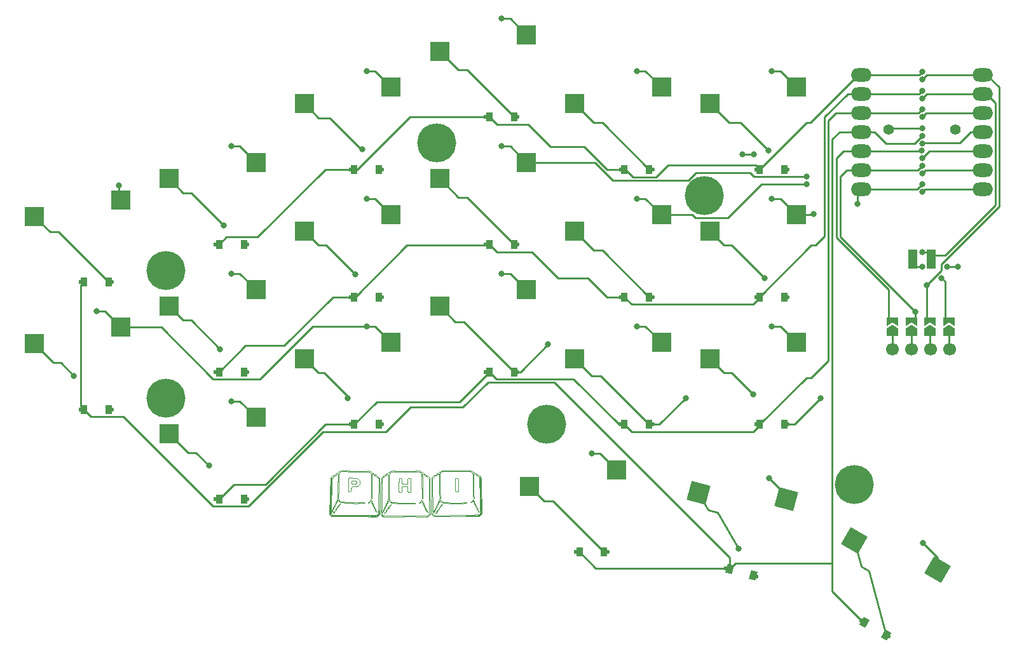
<source format=gbr>
%TF.GenerationSoftware,KiCad,Pcbnew,9.0.1*%
%TF.CreationDate,2025-06-09T17:49:50+02:00*%
%TF.ProjectId,pcb,7063622e-6b69-4636-9164-5f7063625858,v1.0.0*%
%TF.SameCoordinates,Original*%
%TF.FileFunction,Copper,L1,Top*%
%TF.FilePolarity,Positive*%
%FSLAX46Y46*%
G04 Gerber Fmt 4.6, Leading zero omitted, Abs format (unit mm)*
G04 Created by KiCad (PCBNEW 9.0.1) date 2025-06-09 17:49:50*
%MOMM*%
%LPD*%
G01*
G04 APERTURE LIST*
G04 Aperture macros list*
%AMRotRect*
0 Rectangle, with rotation*
0 The origin of the aperture is its center*
0 $1 length*
0 $2 width*
0 $3 Rotation angle, in degrees counterclockwise*
0 Add horizontal line*
21,1,$1,$2,0,0,$3*%
%AMFreePoly0*
4,1,6,1.000000,0.000000,0.500000,-0.750000,-0.500000,-0.750000,-0.500000,0.750000,0.500000,0.750000,1.000000,0.000000,1.000000,0.000000,$1*%
%AMFreePoly1*
4,1,6,0.500000,-0.750000,-0.650000,-0.750000,-0.150000,0.000000,-0.650000,0.750000,0.500000,0.750000,0.500000,-0.750000,0.500000,-0.750000,$1*%
G04 Aperture macros list end*
%TA.AperFunction,NonConductor*%
%ADD10C,0.100000*%
%TD*%
%TA.AperFunction,ComponentPad*%
%ADD11C,1.700000*%
%TD*%
%TA.AperFunction,SMDPad,CuDef*%
%ADD12FreePoly0,90.000000*%
%TD*%
%TA.AperFunction,SMDPad,CuDef*%
%ADD13FreePoly1,90.000000*%
%TD*%
%TA.AperFunction,SMDPad,CuDef*%
%ADD14R,2.600000X2.600000*%
%TD*%
%TA.AperFunction,SMDPad,CuDef*%
%ADD15RotRect,2.600000X2.600000X330.000000*%
%TD*%
%TA.AperFunction,ComponentPad*%
%ADD16C,5.200000*%
%TD*%
%TA.AperFunction,SMDPad,CuDef*%
%ADD17R,1.250000X2.500000*%
%TD*%
%TA.AperFunction,SMDPad,CuDef*%
%ADD18O,2.750000X1.800000*%
%TD*%
%TA.AperFunction,CastellatedPad*%
%ADD19C,1.397000*%
%TD*%
%TA.AperFunction,SMDPad,CuDef*%
%ADD20RotRect,2.600000X2.600000X345.000000*%
%TD*%
%TA.AperFunction,ComponentPad*%
%ADD21C,0.600000*%
%TD*%
%TA.AperFunction,SMDPad,CuDef*%
%ADD22R,0.900000X1.200000*%
%TD*%
%TA.AperFunction,SMDPad,CuDef*%
%ADD23RotRect,0.900000X1.200000X330.000000*%
%TD*%
%TA.AperFunction,SMDPad,CuDef*%
%ADD24RotRect,0.900000X1.200000X345.000000*%
%TD*%
%TA.AperFunction,ViaPad*%
%ADD25C,0.800000*%
%TD*%
%TA.AperFunction,Conductor*%
%ADD26C,0.250000*%
%TD*%
G04 APERTURE END LIST*
D10*
X215544180Y-165680103D02*
X215624516Y-165759866D01*
X215631387Y-165889659D01*
X215634622Y-166019620D01*
X215636991Y-166149668D01*
X215639016Y-166279615D01*
X215640891Y-166409614D01*
X215642690Y-166539527D01*
X215644573Y-166669598D01*
X215646450Y-166799574D01*
X215648181Y-166929484D01*
X215649671Y-167059518D01*
X215650710Y-167189489D01*
X215650762Y-167319655D01*
X215646998Y-167449475D01*
X215545538Y-167501891D01*
X215415861Y-167508667D01*
X215287257Y-167492740D01*
X215251012Y-167377426D01*
X215247478Y-167247478D01*
X215245208Y-167117662D01*
X215243549Y-166987686D01*
X215242284Y-166857464D01*
X215241311Y-166727592D01*
X215240566Y-166597518D01*
X215239919Y-166467483D01*
X215239325Y-166337610D01*
X215238849Y-166207502D01*
X215238605Y-166077644D01*
X215238842Y-165947515D01*
X215240381Y-165817645D01*
X215254628Y-165689927D01*
X215414101Y-165676902D01*
X215544180Y-165680103D01*
X206608827Y-169316993D02*
X206535129Y-169423826D01*
X206460185Y-169530071D01*
X206384731Y-169635927D01*
X206308976Y-169741586D01*
X206232997Y-169847181D01*
X206156943Y-169952628D01*
X206080836Y-170057985D01*
X206004621Y-170163377D01*
X205928425Y-170268661D01*
X205849207Y-170371644D01*
X205750553Y-170393076D01*
X205806099Y-170279969D01*
X205882490Y-170174712D01*
X205958345Y-170069148D01*
X206034003Y-169963473D01*
X206109539Y-169857701D01*
X206185039Y-169751828D01*
X206260777Y-169646173D01*
X206336493Y-169540464D01*
X206412084Y-169434884D01*
X206487873Y-169329041D01*
X206563670Y-169223426D01*
X206678926Y-169207454D01*
X206608827Y-169316993D01*
X210841228Y-168655954D02*
X210878647Y-168780276D01*
X210924243Y-168902256D01*
X210973279Y-169022583D01*
X211024536Y-169141917D01*
X211077530Y-169260663D01*
X211131901Y-169378800D01*
X211187417Y-169496280D01*
X211244121Y-169613430D01*
X211301718Y-169729775D01*
X211360395Y-169845725D01*
X211420205Y-169961337D01*
X211480999Y-170076218D01*
X211542377Y-170190897D01*
X211535793Y-170290972D01*
X211451524Y-170214697D01*
X211389336Y-170100435D01*
X211328816Y-169985561D01*
X211269091Y-169870010D01*
X211210122Y-169754121D01*
X211151875Y-169637872D01*
X211094491Y-169521245D01*
X211038280Y-169404038D01*
X210984381Y-169285736D01*
X210932965Y-169166386D01*
X210882823Y-169046475D01*
X210833785Y-168925897D01*
X210786829Y-168804747D01*
X210705374Y-168825849D01*
X210607483Y-168910651D01*
X210492157Y-168970473D01*
X210375839Y-168974270D01*
X210451433Y-168888627D01*
X210564657Y-168825495D01*
X210658337Y-168735766D01*
X210727163Y-168626018D01*
X210841228Y-168655954D01*
X200298159Y-164683527D02*
X200427975Y-164689407D01*
X200557784Y-164696795D01*
X200687423Y-164705074D01*
X200817143Y-164713950D01*
X200946877Y-164722688D01*
X201076686Y-164730535D01*
X201206616Y-164737517D01*
X201336407Y-164743649D01*
X201466265Y-164748966D01*
X201596254Y-164753485D01*
X201726128Y-164757218D01*
X201855958Y-164760184D01*
X201985975Y-164762398D01*
X202116101Y-164763870D01*
X202245938Y-164764604D01*
X202376049Y-164764615D01*
X202506039Y-164763903D01*
X202636154Y-164762473D01*
X202765998Y-164760331D01*
X202895983Y-164757478D01*
X203025873Y-164753910D01*
X203155756Y-164749629D01*
X203285715Y-164744626D01*
X203415733Y-164738906D01*
X203545451Y-164733311D01*
X203675552Y-164730581D01*
X203803640Y-164749700D01*
X203923117Y-164800098D01*
X204033468Y-164868379D01*
X204140920Y-164941859D01*
X204248353Y-165015117D01*
X204355911Y-165088182D01*
X204463478Y-165160899D01*
X204571435Y-165233409D01*
X204679746Y-165305473D01*
X204788357Y-165376556D01*
X204898588Y-165445473D01*
X205007470Y-165516229D01*
X205092194Y-165614146D01*
X205152132Y-165729454D01*
X205172223Y-165854713D01*
X205170599Y-165984636D01*
X205168883Y-166114777D01*
X205166649Y-166244622D01*
X205164213Y-166374520D01*
X205161644Y-166504463D01*
X205158955Y-166634553D01*
X205156145Y-166764549D01*
X205153560Y-166894524D01*
X205151849Y-167024399D01*
X205150491Y-167154450D01*
X205149337Y-167284554D01*
X205148334Y-167414359D01*
X205147446Y-167544494D01*
X205146661Y-167674354D01*
X205145963Y-167804502D01*
X205145353Y-167934406D01*
X205144823Y-168064449D01*
X205144372Y-168194366D01*
X205143998Y-168324352D01*
X205143705Y-168454401D01*
X205143493Y-168584589D01*
X205143366Y-168714381D01*
X205143299Y-168844497D01*
X205142956Y-168974534D01*
X205142569Y-169104508D01*
X205142130Y-169234560D01*
X205141633Y-169364468D01*
X205141061Y-169494420D01*
X205140404Y-169624378D01*
X205139637Y-169754365D01*
X205138730Y-169884528D01*
X205137633Y-170014453D01*
X205136258Y-170144487D01*
X205134429Y-170274336D01*
X205131611Y-170404371D01*
X205116491Y-170532825D01*
X205056179Y-170647515D01*
X204965847Y-170740421D01*
X204854125Y-170805814D01*
X204728620Y-170837988D01*
X204598770Y-170842170D01*
X204468728Y-170841908D01*
X204338749Y-170840895D01*
X204208733Y-170839813D01*
X204078758Y-170838164D01*
X203948766Y-170836111D01*
X203818855Y-170833799D01*
X203688917Y-170831291D01*
X203558763Y-170828618D01*
X203429015Y-170825811D01*
X203298838Y-170822858D01*
X203169105Y-170819777D01*
X203039143Y-170816545D01*
X202908969Y-170813437D01*
X202779044Y-170810776D01*
X202648999Y-170808435D01*
X202519222Y-170806355D01*
X202389243Y-170804483D01*
X202259045Y-170802791D01*
X202129120Y-170801260D01*
X201999154Y-170799867D01*
X201869223Y-170798602D01*
X201739269Y-170797451D01*
X201609117Y-170796404D01*
X201479179Y-170795457D01*
X201349133Y-170794602D01*
X201219291Y-170793837D01*
X201089220Y-170793152D01*
X200959153Y-170792548D01*
X200829314Y-170792021D01*
X200699150Y-170791568D01*
X200569218Y-170791187D01*
X200439164Y-170790785D01*
X200309088Y-170790318D01*
X200179255Y-170789814D01*
X200049202Y-170789261D01*
X199919276Y-170788657D01*
X199789083Y-170787982D01*
X199659158Y-170787223D01*
X199529226Y-170786353D01*
X199399195Y-170785332D01*
X199269284Y-170784104D01*
X199139261Y-170782554D01*
X199009205Y-170780439D01*
X198879309Y-170776968D01*
X198752465Y-170754181D01*
X198638872Y-170691689D01*
X198547197Y-170600183D01*
X198486235Y-170485679D01*
X198462149Y-170358524D01*
X198461792Y-170228557D01*
X198464233Y-170098716D01*
X198467532Y-169968585D01*
X198471243Y-169838788D01*
X198475205Y-169708812D01*
X198479334Y-169578729D01*
X198483566Y-169448935D01*
X198487886Y-169318978D01*
X198492269Y-169188971D01*
X198496696Y-169059110D01*
X198501168Y-168929104D01*
X198505661Y-168799344D01*
X198510189Y-168669281D01*
X198514802Y-168539479D01*
X198519332Y-168409528D01*
X198523779Y-168279644D01*
X198528163Y-168149670D01*
X198532490Y-168019846D01*
X198536780Y-167889741D01*
X198541026Y-167759805D01*
X198545235Y-167629938D01*
X198549414Y-167500126D01*
X198553334Y-167370121D01*
X198557275Y-167240024D01*
X198561250Y-167110322D01*
X198565284Y-166980378D01*
X198569388Y-166850234D01*
X198573553Y-166720536D01*
X198577822Y-166590410D01*
X198582196Y-166460591D01*
X198586730Y-166330517D01*
X198591458Y-166200780D01*
X198596499Y-166070895D01*
X198602064Y-165940986D01*
X198608865Y-165811084D01*
X198628448Y-165682922D01*
X198681238Y-165564790D01*
X198767376Y-165467813D01*
X198874047Y-165393818D01*
X198987486Y-165330669D01*
X199098310Y-165262375D01*
X199207494Y-165191959D01*
X199315819Y-165120168D01*
X199423451Y-165047327D01*
X199530595Y-164973449D01*
X199637046Y-164898792D01*
X199744829Y-164826390D01*
X199856182Y-164759309D01*
X199973490Y-164703334D01*
X200168185Y-164680610D01*
X200298159Y-164683527D01*
X217270404Y-164674213D02*
X217393772Y-164714381D01*
X217507058Y-164777573D01*
X217615694Y-164849069D01*
X217723613Y-164921846D01*
X217831597Y-164994222D01*
X217939863Y-165065973D01*
X218049012Y-165136800D01*
X218159327Y-165205483D01*
X218271903Y-165270108D01*
X218385128Y-165334197D01*
X218491493Y-165408625D01*
X218579918Y-165503312D01*
X218635022Y-165620545D01*
X218655655Y-165748786D01*
X218665258Y-165878456D01*
X218671184Y-166008289D01*
X218675346Y-166138179D01*
X218678513Y-166268242D01*
X218680979Y-166398095D01*
X218683310Y-166528133D01*
X218685954Y-166658198D01*
X218689119Y-166787970D01*
X218694224Y-166917892D01*
X218698289Y-167047916D01*
X218701210Y-167177848D01*
X218703699Y-167307785D01*
X218705906Y-167437779D01*
X218708135Y-167567795D01*
X218710805Y-167697802D01*
X218713943Y-167827784D01*
X218717821Y-167957617D01*
X218722493Y-168087541D01*
X218725690Y-168217439D01*
X218728400Y-168347603D01*
X218730720Y-168477466D01*
X218732687Y-168607488D01*
X218734815Y-168737427D01*
X218737317Y-168867299D01*
X218740237Y-168997380D01*
X218743864Y-169127353D01*
X218749207Y-169257145D01*
X218752825Y-169387080D01*
X218755898Y-169517123D01*
X218758656Y-169647164D01*
X218761169Y-169777148D01*
X218763446Y-169907073D01*
X218765460Y-170037097D01*
X218767091Y-170167039D01*
X218767855Y-170297022D01*
X218757278Y-170426394D01*
X218715510Y-170549092D01*
X218640186Y-170654366D01*
X218536532Y-170732321D01*
X218412980Y-170768260D01*
X218283250Y-170777204D01*
X218153362Y-170780974D01*
X218023253Y-170782911D01*
X217893328Y-170783972D01*
X217763185Y-170784560D01*
X217633252Y-170784867D01*
X217503312Y-170785001D01*
X217373293Y-170785032D01*
X217243348Y-170784996D01*
X217113230Y-170784922D01*
X216983304Y-170784827D01*
X216853329Y-170784727D01*
X216723394Y-170784628D01*
X216593320Y-170784568D01*
X216463183Y-170784628D01*
X216333357Y-170784759D01*
X216203355Y-170784959D01*
X216073213Y-170785222D01*
X215943333Y-170785548D01*
X215813391Y-170785936D01*
X215683272Y-170786387D01*
X215553254Y-170786901D01*
X215423309Y-170787477D01*
X215293312Y-170788123D01*
X215163417Y-170788838D01*
X215033261Y-170789630D01*
X214903354Y-170790505D01*
X214773388Y-170791474D01*
X214643277Y-170792557D01*
X214513394Y-170793772D01*
X214383332Y-170795166D01*
X214253450Y-170796808D01*
X214123420Y-170798872D01*
X213993303Y-170801573D01*
X213863409Y-170804052D01*
X213733396Y-170806354D01*
X213603344Y-170808496D01*
X213473550Y-170810478D01*
X213343552Y-170812314D01*
X213213512Y-170813979D01*
X213083420Y-170815439D01*
X212953612Y-170816612D01*
X212823489Y-170817224D01*
X212693504Y-170817574D01*
X212563401Y-170817927D01*
X212433534Y-170818278D01*
X212314896Y-170772414D01*
X212210359Y-170695760D01*
X212130289Y-170594107D01*
X212096840Y-170495356D01*
X212284054Y-170495356D01*
X212353412Y-170604457D01*
X212462169Y-170673826D01*
X212590099Y-170692347D01*
X212719964Y-170693587D01*
X212849986Y-170692621D01*
X212980020Y-170690921D01*
X213110001Y-170688889D01*
X213239967Y-170686689D01*
X213370021Y-170684396D01*
X213499941Y-170682196D01*
X213629895Y-170680038D01*
X213759903Y-170677744D01*
X213889905Y-170675318D01*
X214019842Y-170672756D01*
X214149873Y-170670040D01*
X214279694Y-170667133D01*
X214409753Y-170663855D01*
X214539753Y-170658159D01*
X214669435Y-170653427D01*
X214799532Y-170649371D01*
X214929485Y-170645645D01*
X215059270Y-170641977D01*
X215189245Y-170638311D01*
X215319173Y-170634645D01*
X215449211Y-170630968D01*
X215579051Y-170627287D01*
X215709156Y-170623584D01*
X215839027Y-170619873D01*
X215969030Y-170616077D01*
X216098903Y-170612214D01*
X216228874Y-170608600D01*
X216358777Y-170605191D01*
X216488808Y-170601950D01*
X216618721Y-170598866D01*
X216748689Y-170595921D01*
X216878723Y-170593110D01*
X217008738Y-170590434D01*
X217138636Y-170587902D01*
X217268667Y-170585521D01*
X217398588Y-170583322D01*
X217528671Y-170581349D01*
X217658520Y-170579577D01*
X217788616Y-170577742D01*
X217918595Y-170575810D01*
X218048563Y-170573600D01*
X218178555Y-170570587D01*
X218308396Y-170564250D01*
X218430813Y-170525853D01*
X218521306Y-170433810D01*
X218553308Y-170310346D01*
X218552156Y-170180234D01*
X218549557Y-170050313D01*
X218546320Y-169920452D01*
X218542651Y-169790552D01*
X218538629Y-169660652D01*
X218534496Y-169530504D01*
X218530432Y-169400625D01*
X218526437Y-169270763D01*
X218522519Y-169140732D01*
X218518697Y-169010756D01*
X218514981Y-168880876D01*
X218511381Y-168751016D01*
X218507894Y-168621036D01*
X218504528Y-168491086D01*
X218501278Y-168361112D01*
X218498144Y-168231203D01*
X218495112Y-168101178D01*
X218492177Y-167971185D01*
X218489329Y-167841257D01*
X218486555Y-167711256D01*
X218483850Y-167581339D01*
X218481198Y-167451241D01*
X218478600Y-167321309D01*
X218476046Y-167191397D01*
X218473529Y-167061470D01*
X218470963Y-166931443D01*
X218468380Y-166801312D01*
X218465778Y-166671484D01*
X218463122Y-166541443D01*
X218460392Y-166411626D01*
X218457522Y-166281514D01*
X218454418Y-166151493D01*
X218450883Y-166021647D01*
X218446400Y-165891789D01*
X218439093Y-165761849D01*
X218412031Y-165635485D01*
X218337803Y-165529810D01*
X218239188Y-165445171D01*
X218134806Y-165367658D01*
X218028773Y-165292532D01*
X217922024Y-165218301D01*
X217814655Y-165144994D01*
X217706188Y-165073272D01*
X217643018Y-165081163D01*
X217652365Y-165210734D01*
X217656824Y-165340631D01*
X217660510Y-165470485D01*
X217663742Y-165600424D01*
X217666636Y-165730564D01*
X217669233Y-165860476D01*
X217671564Y-165990412D01*
X217673796Y-166120338D01*
X217676061Y-166250474D01*
X217678360Y-166380524D01*
X217680692Y-166510419D01*
X217683070Y-166640340D01*
X217685510Y-166770402D01*
X217688039Y-166900441D01*
X217690740Y-167030264D01*
X217693801Y-167160297D01*
X217696523Y-167290151D01*
X217699004Y-167420225D01*
X217701312Y-167550120D01*
X217703475Y-167680164D01*
X217705482Y-167810172D01*
X217707549Y-167940185D01*
X217709869Y-168070188D01*
X217712190Y-168200089D01*
X217714510Y-168330078D01*
X217649395Y-168404081D01*
X217627530Y-168285154D01*
X217623138Y-168155175D01*
X217619502Y-168025110D01*
X217616263Y-167895346D01*
X217613269Y-167765370D01*
X217610454Y-167635382D01*
X217607780Y-167505371D01*
X217605223Y-167375425D01*
X217602761Y-167245441D01*
X217600381Y-167115368D01*
X217598078Y-166985413D01*
X217595843Y-166855579D01*
X217593664Y-166725505D01*
X217591544Y-166595497D01*
X217589477Y-166465590D01*
X217587457Y-166335523D01*
X217585525Y-166205492D01*
X217583404Y-166075689D01*
X217581081Y-165945655D01*
X217578579Y-165815513D01*
X217575901Y-165685586D01*
X217573001Y-165555593D01*
X217569748Y-165425833D01*
X217566123Y-165295757D01*
X217560758Y-165165935D01*
X217537669Y-165038560D01*
X217470796Y-164927795D01*
X217375321Y-164839999D01*
X217072828Y-164759868D01*
X216998737Y-164759067D01*
X216868576Y-164762235D01*
X216739002Y-164768993D01*
X216609047Y-164777461D01*
X216479414Y-164784908D01*
X216349662Y-164791464D01*
X216219684Y-164797204D01*
X216089814Y-164802170D01*
X215959745Y-164806411D01*
X215829958Y-164809943D01*
X215699908Y-164812799D01*
X215569871Y-164814976D01*
X215439836Y-164816480D01*
X215309938Y-164817297D01*
X215179903Y-164817412D01*
X215050058Y-164816799D01*
X214919942Y-164815413D01*
X214789867Y-164813199D01*
X214659967Y-164810090D01*
X214529996Y-164805981D01*
X214400103Y-164801268D01*
X214270320Y-164796603D01*
X214140377Y-164792065D01*
X214010418Y-164787836D01*
X213880468Y-164784286D01*
X213750500Y-164782351D01*
X213620592Y-164785283D01*
X213493545Y-164810350D01*
X213381699Y-164875614D01*
X213291369Y-164968675D01*
X213222549Y-165078699D01*
X213194674Y-165202235D01*
X213195570Y-165332175D01*
X213196466Y-165462221D01*
X213197363Y-165592152D01*
X213198229Y-165722066D01*
X213198968Y-165852189D01*
X213199787Y-165982180D01*
X213200690Y-166112109D01*
X213201674Y-166242019D01*
X213202749Y-166372181D01*
X213203909Y-166502068D01*
X213205163Y-166632123D01*
X213206510Y-166761997D01*
X213207962Y-166892003D01*
X213209524Y-167022128D01*
X213211199Y-167152041D01*
X213213004Y-167282168D01*
X213214948Y-167412103D01*
X213217051Y-167542048D01*
X213219338Y-167672027D01*
X213221842Y-167801921D01*
X213224618Y-167931835D01*
X213227756Y-168061994D01*
X213231394Y-168191749D01*
X213235899Y-168321808D01*
X213242568Y-168451545D01*
X213272932Y-168577229D01*
X213335110Y-168691157D01*
X213421556Y-168787836D01*
X213529175Y-168860298D01*
X213653047Y-168897133D01*
X213782320Y-168910512D01*
X213911831Y-168922360D01*
X214041314Y-168933458D01*
X214170909Y-168943567D01*
X214300577Y-168952679D01*
X214430273Y-168960789D01*
X214560117Y-168967902D01*
X214690063Y-168974010D01*
X214819901Y-168979098D01*
X214949750Y-168983164D01*
X215079727Y-168986204D01*
X215209780Y-168988206D01*
X215339699Y-168989155D01*
X215469914Y-168989040D01*
X215599893Y-168987849D01*
X215729898Y-168985564D01*
X215859716Y-168982173D01*
X215989761Y-168977643D01*
X216119502Y-168971975D01*
X216249344Y-168965125D01*
X216379217Y-168957069D01*
X216508742Y-168947805D01*
X216638406Y-168938452D01*
X216768218Y-168932736D01*
X216744719Y-169019496D01*
X216615546Y-169034810D01*
X216486016Y-169045092D01*
X216356186Y-169053371D01*
X216226545Y-169060334D01*
X216096452Y-169066297D01*
X215966697Y-169071350D01*
X215836761Y-169075561D01*
X215706753Y-169078910D01*
X215576704Y-169081326D01*
X215446681Y-169082666D01*
X215316901Y-169082708D01*
X215186772Y-169081442D01*
X215056867Y-169079072D01*
X214926782Y-169075726D01*
X214796966Y-169071503D01*
X214666918Y-169066440D01*
X214537270Y-169060579D01*
X214407355Y-169053881D01*
X214277621Y-169046320D01*
X214147896Y-169037797D01*
X214018141Y-169028137D01*
X213888745Y-169017062D01*
X213759375Y-169003904D01*
X213630471Y-168986956D01*
X213505193Y-168954358D01*
X213392004Y-168890725D01*
X213296221Y-168803280D01*
X213223656Y-168695875D01*
X213157501Y-168638872D01*
X213110196Y-168759867D01*
X213059002Y-168879464D01*
X213005446Y-168997799D01*
X212950416Y-169115558D01*
X212894315Y-169232937D01*
X212837483Y-169349741D01*
X212779904Y-169466290D01*
X212721641Y-169582579D01*
X212662787Y-169698451D01*
X212603197Y-169814107D01*
X212542929Y-169929249D01*
X212481719Y-170043971D01*
X212419289Y-170158002D01*
X212354912Y-170270753D01*
X212284785Y-170380233D01*
X212284054Y-170495356D01*
X212096840Y-170495356D01*
X212089337Y-170473205D01*
X212089768Y-170343087D01*
X212090199Y-170213276D01*
X212090629Y-170083283D01*
X212091061Y-169953211D01*
X212091491Y-169823267D01*
X212091921Y-169693257D01*
X212092354Y-169563182D01*
X212092783Y-169433239D01*
X212093228Y-169303320D01*
X212093591Y-169173215D01*
X212093766Y-169043318D01*
X212093788Y-168913218D01*
X212093681Y-168783132D01*
X212093457Y-168653153D01*
X212093131Y-168523091D01*
X212092708Y-168393177D01*
X212092191Y-168263226D01*
X212091585Y-168133284D01*
X212090888Y-168003214D01*
X212090101Y-167873196D01*
X212089220Y-167743129D01*
X212088242Y-167613291D01*
X212087156Y-167483315D01*
X212085950Y-167353332D01*
X212084611Y-167223178D01*
X212083112Y-167093141D01*
X212081420Y-166963267D01*
X212079727Y-166833233D01*
X212078075Y-166703160D01*
X212076485Y-166573276D01*
X212074987Y-166443277D01*
X212073638Y-166313221D01*
X212072535Y-166183229D01*
X212071881Y-166053304D01*
X212072187Y-165923306D01*
X212075409Y-165793454D01*
X212098986Y-165666256D01*
X212160759Y-165552468D01*
X212254957Y-165463467D01*
X212363137Y-165391527D01*
X212471787Y-165320142D01*
X212580492Y-165248552D01*
X212688969Y-165176961D01*
X212797452Y-165105210D01*
X212905824Y-165033383D01*
X213014154Y-164961725D01*
X213122969Y-164890469D01*
X213232677Y-164820761D01*
X213344947Y-164755472D01*
X213464111Y-164704168D01*
X213592488Y-164684888D01*
X213722373Y-164685062D01*
X213852327Y-164687617D01*
X213982192Y-164691553D01*
X214112206Y-164696207D01*
X214242172Y-164701471D01*
X214371959Y-164706789D01*
X214501831Y-164711564D01*
X214631832Y-164715728D01*
X214761790Y-164719214D01*
X214891632Y-164721960D01*
X215021661Y-164723921D01*
X215151804Y-164725053D01*
X215281774Y-164725321D01*
X215411742Y-164724715D01*
X215541740Y-164723236D01*
X215671788Y-164720901D01*
X215801555Y-164717751D01*
X215931675Y-164713813D01*
X216061520Y-164709160D01*
X216191413Y-164703840D01*
X216321292Y-164697921D01*
X216451001Y-164691468D01*
X216580968Y-164684521D01*
X216710638Y-164677171D01*
X216912357Y-164717359D01*
X216751543Y-164674759D01*
X216881222Y-164667438D01*
X217011127Y-164661743D01*
X217141173Y-164661079D01*
X217270404Y-164674213D01*
X208111648Y-165770703D02*
X208114102Y-165900721D01*
X208116550Y-166030479D01*
X208119002Y-166160516D01*
X208121456Y-166290516D01*
X208123908Y-166420516D01*
X208237478Y-166438524D01*
X208367343Y-166439853D01*
X208497345Y-166441186D01*
X208627324Y-166442102D01*
X208757269Y-166442992D01*
X208884726Y-166441299D01*
X208884726Y-166311174D01*
X208884726Y-166181129D01*
X208884755Y-166051265D01*
X208885404Y-165921138D01*
X208890153Y-165791325D01*
X208988828Y-165743557D01*
X209118855Y-165741899D01*
X209248499Y-165748291D01*
X209279705Y-165863638D01*
X209282729Y-165993771D01*
X209284700Y-166123664D01*
X209286168Y-166253779D01*
X209287310Y-166383629D01*
X209288225Y-166513688D01*
X209288960Y-166643640D01*
X209289378Y-166773530D01*
X209289720Y-166903685D01*
X209289954Y-167033689D01*
X209289961Y-167163774D01*
X209289461Y-167293552D01*
X209287453Y-167423517D01*
X209262973Y-167546412D01*
X209134087Y-167561277D01*
X209004118Y-167561335D01*
X208892411Y-167520900D01*
X208885504Y-167391209D01*
X208884787Y-167261233D01*
X208884727Y-167131173D01*
X208884726Y-167001240D01*
X208884726Y-166871183D01*
X208831180Y-166794865D01*
X208701267Y-166794866D01*
X208571029Y-166794865D01*
X208441108Y-166794187D01*
X208311115Y-166792084D01*
X208181220Y-166786351D01*
X208117727Y-166843776D01*
X208117727Y-166973793D01*
X208117726Y-167103774D01*
X208117570Y-167233837D01*
X208116308Y-167363837D01*
X208110866Y-167493703D01*
X208015047Y-167547022D01*
X207884988Y-167548793D01*
X207755374Y-167542203D01*
X207717619Y-167431319D01*
X207715344Y-167301482D01*
X207714822Y-167171340D01*
X207714996Y-167041459D01*
X207715539Y-166911527D01*
X207716304Y-166781376D01*
X207717213Y-166651408D01*
X207718241Y-166521366D01*
X207719316Y-166391349D01*
X207720494Y-166261406D01*
X207721890Y-166131402D01*
X207723787Y-166001575D01*
X207727189Y-165871633D01*
X207748459Y-165745815D01*
X208003858Y-165739134D01*
X208111648Y-165770703D01*
X213432255Y-169297757D02*
X213356913Y-169403725D01*
X213281460Y-169509343D01*
X213205687Y-169615206D01*
X213130007Y-169720839D01*
X213054253Y-169826528D01*
X212978553Y-169932110D01*
X212902890Y-170037740D01*
X212827000Y-170143292D01*
X212750190Y-170248224D01*
X212670609Y-170351087D01*
X212575064Y-170408628D01*
X212614575Y-170292154D01*
X212687774Y-170184836D01*
X212762572Y-170078355D01*
X212837806Y-169972312D01*
X212913228Y-169866486D01*
X212988839Y-169760657D01*
X213064471Y-169654944D01*
X213140103Y-169549321D01*
X213215768Y-169443703D01*
X213291564Y-169337923D01*
X213367293Y-169232252D01*
X213506454Y-169190936D01*
X213432255Y-169297757D01*
X201361386Y-165659706D02*
X201491191Y-165664846D01*
X201621141Y-165671158D01*
X201750910Y-165678618D01*
X201880610Y-165687543D01*
X202010073Y-165699145D01*
X202137215Y-165725104D01*
X202255615Y-165778014D01*
X202358735Y-165856613D01*
X202438887Y-165958434D01*
X202490847Y-166077474D01*
X202513345Y-166205148D01*
X202508824Y-166334759D01*
X202476757Y-166460554D01*
X202416017Y-166575061D01*
X202329239Y-166671392D01*
X202222472Y-166745043D01*
X202102682Y-166795082D01*
X201975103Y-166818285D01*
X201845337Y-166827563D01*
X201715419Y-166831360D01*
X201585316Y-166829854D01*
X201455827Y-166819938D01*
X201376293Y-166872408D01*
X201371605Y-167002124D01*
X201370676Y-167132193D01*
X201368892Y-167262208D01*
X201359543Y-167391759D01*
X201276334Y-167466281D01*
X201146379Y-167462950D01*
X201016975Y-167451669D01*
X200964328Y-167348465D01*
X200966874Y-167218372D01*
X200972454Y-167088629D01*
X200977447Y-166958723D01*
X200982052Y-166828634D01*
X200986432Y-166698712D01*
X200990650Y-166568906D01*
X200994747Y-166438927D01*
X200998721Y-166309009D01*
X201002968Y-166179041D01*
X201007491Y-166049189D01*
X201012544Y-165919295D01*
X201018908Y-165789287D01*
X201035251Y-165661319D01*
X201231429Y-165656062D01*
X201361386Y-165659706D01*
X207056397Y-164720837D02*
X207186275Y-164726647D01*
X207316069Y-164733945D01*
X207445924Y-164740543D01*
X207575744Y-164745305D01*
X207705672Y-164749277D01*
X207835508Y-164752730D01*
X207965637Y-164755788D01*
X208095529Y-164758485D01*
X208225457Y-164760842D01*
X208355475Y-164762838D01*
X208485517Y-164764272D01*
X208615483Y-164765368D01*
X208745436Y-164765983D01*
X208875538Y-164765924D01*
X209005498Y-164765000D01*
X209135620Y-164763076D01*
X209265457Y-164760139D01*
X209395366Y-164756283D01*
X209525276Y-164751674D01*
X209655226Y-164746493D01*
X209785016Y-164740906D01*
X209915015Y-164735021D01*
X210044851Y-164728950D01*
X210174687Y-164722990D01*
X210304686Y-164720076D01*
X210434232Y-164727661D01*
X210559812Y-164760106D01*
X210675051Y-164819779D01*
X210783404Y-164891851D01*
X210889398Y-164967009D01*
X210995684Y-165041997D01*
X211103310Y-165115022D01*
X211211407Y-165187089D01*
X211319717Y-165258874D01*
X211428586Y-165330193D01*
X211538321Y-165399864D01*
X211650379Y-165465339D01*
X211746264Y-165552677D01*
X211815218Y-165662442D01*
X211842709Y-165787941D01*
X211846063Y-165917876D01*
X211848229Y-166047762D01*
X211849877Y-166177763D01*
X211851199Y-166307763D01*
X211852294Y-166437823D01*
X211853205Y-166567695D01*
X211853970Y-166697657D01*
X211854608Y-166827666D01*
X211855134Y-166957685D01*
X211855674Y-167087666D01*
X211856340Y-167217634D01*
X211857119Y-167347746D01*
X211857996Y-167477708D01*
X211858966Y-167607647D01*
X211860028Y-167737793D01*
X211861178Y-167867725D01*
X211862420Y-167997814D01*
X211863757Y-168127808D01*
X211865191Y-168257585D01*
X211866738Y-168387661D01*
X211868415Y-168517624D01*
X211870246Y-168647594D01*
X211872277Y-168777775D01*
X211874584Y-168907594D01*
X211877265Y-169037610D01*
X211879872Y-169167597D01*
X211882311Y-169297497D01*
X211884598Y-169427632D01*
X211886724Y-169557600D01*
X211888672Y-169687442D01*
X211890412Y-169817424D01*
X211891866Y-169947572D01*
X211892823Y-170077496D01*
X211893224Y-170207400D01*
X211893680Y-170337581D01*
X211894137Y-170467606D01*
X211849346Y-170587394D01*
X211773389Y-170692278D01*
X211671118Y-170771972D01*
X211551852Y-170822658D01*
X211423853Y-170842852D01*
X211293954Y-170845113D01*
X211163731Y-170845069D01*
X211033871Y-170844112D01*
X210903863Y-170842628D01*
X210773976Y-170840796D01*
X210643991Y-170838710D01*
X210513958Y-170836436D01*
X210383998Y-170834376D01*
X210253845Y-170832642D01*
X210123834Y-170831207D01*
X209993881Y-170830043D01*
X209863925Y-170829124D01*
X209733909Y-170828420D01*
X209604054Y-170827917D01*
X209474039Y-170827590D01*
X209343943Y-170827422D01*
X209213846Y-170827398D01*
X209083832Y-170827506D01*
X208953982Y-170827730D01*
X208823866Y-170828061D01*
X208694033Y-170828486D01*
X208564006Y-170828999D01*
X208433977Y-170829591D01*
X208303955Y-170830254D01*
X208173941Y-170830984D01*
X208043980Y-170831866D01*
X207914087Y-170832832D01*
X207784046Y-170833776D01*
X207653945Y-170834697D01*
X207524050Y-170835592D01*
X207394059Y-170836464D01*
X207264067Y-170837313D01*
X207133993Y-170838137D01*
X207003954Y-170838933D01*
X206874051Y-170839702D01*
X206744009Y-170840439D01*
X206614032Y-170841134D01*
X206484078Y-170841781D01*
X206353927Y-170842365D01*
X206223928Y-170842838D01*
X206093920Y-170843090D01*
X205963948Y-170843456D01*
X205833937Y-170843822D01*
X205703947Y-170844188D01*
X205580344Y-170815953D01*
X205468334Y-170750651D01*
X205376720Y-170659001D01*
X205314932Y-170545061D01*
X205298521Y-170416588D01*
X205295599Y-170286657D01*
X205294936Y-170156729D01*
X205295319Y-170026803D01*
X205296318Y-169896765D01*
X205297725Y-169766774D01*
X205299422Y-169636684D01*
X205301327Y-169506830D01*
X205303400Y-169376843D01*
X205305603Y-169246879D01*
X205307912Y-169116812D01*
X205310295Y-168986746D01*
X205312614Y-168857012D01*
X205314873Y-168726909D01*
X205317077Y-168596897D01*
X205319235Y-168466843D01*
X205321351Y-168336969D01*
X205323433Y-168207052D01*
X205325485Y-168077082D01*
X205327509Y-167946938D01*
X205329503Y-167817047D01*
X205331474Y-167686985D01*
X205333418Y-167557128D01*
X205335337Y-167427064D01*
X205337233Y-167297038D01*
X205339103Y-167166975D01*
X205340942Y-167037119D01*
X205342754Y-166907139D01*
X205344537Y-166777026D01*
X205346278Y-166647206D01*
X205347977Y-166517146D01*
X205349619Y-166387077D01*
X205351179Y-166257214D01*
X205352608Y-166127244D01*
X205354448Y-165997173D01*
X205357538Y-165867163D01*
X205366848Y-165737666D01*
X205414930Y-165617757D01*
X205495056Y-165515940D01*
X205601243Y-165441472D01*
X205711239Y-165372652D01*
X205820454Y-165301761D01*
X205928626Y-165229593D01*
X206035827Y-165156473D01*
X206142690Y-165082320D01*
X206249537Y-165008239D01*
X206356742Y-164934645D01*
X206464869Y-164862288D01*
X206575222Y-164793967D01*
X206693662Y-164740771D01*
X206926413Y-164717723D01*
X207056397Y-164720837D01*
X218562900Y-165701339D02*
X218575278Y-165830417D01*
X218580669Y-165960295D01*
X218585210Y-166090355D01*
X218589296Y-166220233D01*
X218593070Y-166350044D01*
X218596609Y-166480086D01*
X218599944Y-166610191D01*
X218603018Y-166740135D01*
X218605854Y-166869886D01*
X218608698Y-166999956D01*
X218611543Y-167129999D01*
X218614385Y-167259915D01*
X218617231Y-167389757D01*
X218620088Y-167519926D01*
X218622942Y-167649854D01*
X218625803Y-167779766D01*
X218628675Y-167909775D01*
X218631559Y-168039825D01*
X218634453Y-168169663D01*
X218637374Y-168299720D01*
X218640321Y-168429611D01*
X218643312Y-168559510D01*
X218646368Y-168689485D01*
X218649515Y-168819505D01*
X218652785Y-168949488D01*
X218656194Y-169079326D01*
X218659733Y-169209384D01*
X218663380Y-169339198D01*
X218666729Y-169469323D01*
X218669758Y-169599198D01*
X218672490Y-169729234D01*
X218674887Y-169859291D01*
X218676816Y-169989184D01*
X218677986Y-170119052D01*
X218678526Y-170249202D01*
X218675570Y-170379031D01*
X218639233Y-170502512D01*
X218559732Y-170604829D01*
X218451446Y-170675559D01*
X218326950Y-170701069D01*
X218197061Y-170700497D01*
X218066905Y-170699926D01*
X217936947Y-170699355D01*
X217806983Y-170698783D01*
X217676884Y-170698199D01*
X217546887Y-170697593D01*
X217417036Y-170696952D01*
X217287095Y-170696262D01*
X217157057Y-170695499D01*
X217027121Y-170694619D01*
X216896970Y-170693537D01*
X216766934Y-170692043D01*
X216637018Y-170689052D01*
X216715840Y-170682639D01*
X216845781Y-170680242D01*
X216975644Y-170678191D01*
X217105669Y-170676335D01*
X217235563Y-170674626D01*
X217365773Y-170673032D01*
X217495719Y-170671552D01*
X217625545Y-170669958D01*
X217755673Y-170668321D01*
X217885600Y-170666552D01*
X218015509Y-170664432D01*
X218145519Y-170661443D01*
X218275446Y-170656083D01*
X218404580Y-170641197D01*
X218517599Y-170580129D01*
X218597143Y-170478366D01*
X218640436Y-170356556D01*
X218642958Y-170226707D01*
X218640723Y-170096719D01*
X218637318Y-169966603D01*
X218633128Y-169836732D01*
X218628398Y-169706735D01*
X218623920Y-169576787D01*
X218619500Y-169447074D01*
X218615136Y-169316981D01*
X218610880Y-169187080D01*
X218606794Y-169057184D01*
X218603055Y-168927271D01*
X218599809Y-168797243D01*
X218596333Y-168667432D01*
X218592737Y-168537442D01*
X218589242Y-168407475D01*
X218585495Y-168277400D01*
X218582312Y-168147622D01*
X218579300Y-168017461D01*
X218576407Y-167887572D01*
X218573592Y-167757510D01*
X218570852Y-167627635D01*
X218568169Y-167497598D01*
X218565553Y-167367773D01*
X218562998Y-167237828D01*
X218560514Y-167107671D01*
X218558030Y-166977794D01*
X218555529Y-166847736D01*
X218553011Y-166717737D01*
X218550462Y-166587854D01*
X218547861Y-166457911D01*
X218545183Y-166327990D01*
X218542371Y-166197927D01*
X218539333Y-166067985D01*
X218535838Y-165938051D01*
X218531185Y-165808006D01*
X218520140Y-165678564D01*
X218472142Y-165558428D01*
X218562900Y-165701339D01*
X199626641Y-165161235D02*
X199617299Y-165290952D01*
X199611936Y-165420744D01*
X199607685Y-165550671D01*
X199603908Y-165680625D01*
X199600371Y-165810638D01*
X199596970Y-165940555D01*
X199593685Y-166070453D01*
X199590304Y-166200325D01*
X199586813Y-166330456D01*
X199583246Y-166460368D01*
X199579612Y-166590171D01*
X199575914Y-166720233D01*
X199572168Y-166850236D01*
X199568387Y-166980204D01*
X199564582Y-167110143D01*
X199560869Y-167240134D01*
X199557399Y-167369973D01*
X199554076Y-167499933D01*
X199550867Y-167629902D01*
X199547754Y-167759961D01*
X199544747Y-167889937D01*
X199541990Y-168019835D01*
X199539220Y-168149762D01*
X199535227Y-168279640D01*
X199524882Y-168409139D01*
X199489837Y-168534283D01*
X199441883Y-168654967D01*
X199390352Y-168774410D01*
X199337074Y-168892828D01*
X199282398Y-169010976D01*
X199226901Y-169128326D01*
X199170450Y-169245519D01*
X199113272Y-169362244D01*
X199055305Y-169478678D01*
X198996663Y-169594520D01*
X198937068Y-169710126D01*
X198876490Y-169825175D01*
X198814655Y-169939498D01*
X198750891Y-170052940D01*
X198684554Y-170164654D01*
X198666726Y-170098999D01*
X198667381Y-169968982D01*
X198670564Y-169839061D01*
X198674546Y-169709137D01*
X198678958Y-169579105D01*
X198683678Y-169449269D01*
X198688675Y-169319405D01*
X198693947Y-169189571D01*
X198699539Y-169059483D01*
X198705502Y-168929807D01*
X198712070Y-168799783D01*
X198718108Y-168669997D01*
X198723767Y-168540120D01*
X198729292Y-168410233D01*
X198734731Y-168280368D01*
X198740105Y-168150449D01*
X198745421Y-168020641D01*
X198750690Y-167890697D01*
X198755899Y-167760922D01*
X198761059Y-167630981D01*
X198766154Y-167501051D01*
X198771169Y-167371232D01*
X198776087Y-167241221D01*
X198780847Y-167111271D01*
X198785240Y-166981369D01*
X198789405Y-166851556D01*
X198793631Y-166721416D01*
X198797917Y-166591620D01*
X198802308Y-166461605D01*
X198806827Y-166331771D01*
X198811481Y-166201772D01*
X198816075Y-166071878D01*
X198821989Y-165941938D01*
X198830352Y-165812335D01*
X198850904Y-165684484D01*
X198921149Y-165576069D01*
X199018620Y-165490143D01*
X199123554Y-165413466D01*
X199230968Y-165340555D01*
X199338869Y-165267722D01*
X199446243Y-165194529D01*
X199553059Y-165120499D01*
X199626641Y-165161235D01*
X213114973Y-165177317D02*
X213110483Y-165307304D01*
X213109159Y-165437211D01*
X213109016Y-165567171D01*
X213109491Y-165697278D01*
X213110339Y-165827254D01*
X213111439Y-165957202D01*
X213112713Y-166087188D01*
X213114118Y-166217141D01*
X213115621Y-166347290D01*
X213117202Y-166477304D01*
X213118840Y-166607280D01*
X213120525Y-166737111D01*
X213122255Y-166867273D01*
X213124014Y-166997227D01*
X213125798Y-167127197D01*
X213127607Y-167257219D01*
X213129432Y-167387080D01*
X213131275Y-167517007D01*
X213133132Y-167647146D01*
X213134992Y-167776972D01*
X213136852Y-167907024D01*
X213138707Y-168036979D01*
X213140565Y-168167109D01*
X213142420Y-168296893D01*
X213127735Y-168424610D01*
X213087851Y-168548303D01*
X213042614Y-168670241D01*
X212994571Y-168790996D01*
X212942991Y-168910256D01*
X212888005Y-169028064D01*
X212831738Y-169145147D01*
X212774598Y-169262079D01*
X212716968Y-169378619D01*
X212658903Y-169494898D01*
X212600401Y-169611034D01*
X212541566Y-169726832D01*
X212482203Y-169842582D01*
X212422410Y-169957873D01*
X212361793Y-170072916D01*
X212299752Y-170187171D01*
X212245445Y-170229582D01*
X212241113Y-170099874D01*
X212238343Y-169969817D01*
X212235361Y-169839807D01*
X212232359Y-169709848D01*
X212229394Y-169579908D01*
X212226503Y-169450047D01*
X212223853Y-169319902D01*
X212221586Y-169190053D01*
X212219501Y-169059953D01*
X212217538Y-168930104D01*
X212215658Y-168799927D01*
X212213859Y-168670073D01*
X212212121Y-168540059D01*
X212210436Y-168409988D01*
X212208812Y-168280102D01*
X212207237Y-168150062D01*
X212205712Y-168020071D01*
X212204243Y-167890220D01*
X212202823Y-167760198D01*
X212201457Y-167630110D01*
X212200148Y-167500043D01*
X212198902Y-167370085D01*
X212197653Y-167240022D01*
X212196382Y-167110063D01*
X212195128Y-166980211D01*
X212193892Y-166850081D01*
X212192691Y-166720180D01*
X212191541Y-166590176D01*
X212190470Y-166460139D01*
X212189521Y-166330172D01*
X212188779Y-166200159D01*
X212188406Y-166070073D01*
X212188810Y-165940241D01*
X212191524Y-165810235D01*
X212217045Y-165684284D01*
X212298862Y-165584069D01*
X212406598Y-165511709D01*
X212518344Y-165445534D01*
X212627872Y-165375724D01*
X212736842Y-165304621D01*
X212845153Y-165232721D01*
X212953424Y-165160687D01*
X213061869Y-165088982D01*
X213114973Y-165177317D01*
X201785067Y-166024568D02*
X201913994Y-166039512D01*
X202033432Y-166087864D01*
X202096867Y-166197806D01*
X202094193Y-166326953D01*
X202022757Y-166432763D01*
X201906852Y-166487221D01*
X201776847Y-166493835D01*
X201647062Y-166493440D01*
X201517131Y-166487744D01*
X201391595Y-166472415D01*
X201393824Y-166342382D01*
X201395919Y-166212548D01*
X201399625Y-166082476D01*
X201463058Y-166006831D01*
X201785067Y-166024568D01*
X198752535Y-165696918D02*
X198736498Y-165825672D01*
X198729251Y-165955559D01*
X198724922Y-166085429D01*
X198721372Y-166215283D01*
X198717494Y-166345385D01*
X198713421Y-166475243D01*
X198709204Y-166605167D01*
X198704873Y-166735119D01*
X198700448Y-166865149D01*
X198695949Y-166995035D01*
X198691379Y-167124956D01*
X198686752Y-167254764D01*
X198682061Y-167384701D01*
X198677312Y-167514707D01*
X198672514Y-167644587D01*
X198667666Y-167774395D01*
X198662757Y-167904422D01*
X198657802Y-168034303D01*
X198652794Y-168164070D01*
X198647717Y-168294104D01*
X198642588Y-168423851D01*
X198637379Y-168553830D01*
X198632096Y-168683713D01*
X198626722Y-168813596D01*
X198621231Y-168943545D01*
X198615598Y-169073526D01*
X198609847Y-169203202D01*
X198604212Y-169333056D01*
X198598746Y-169463093D01*
X198593531Y-169592853D01*
X198588641Y-169722892D01*
X198584240Y-169852833D01*
X198580583Y-169982729D01*
X198578169Y-170112818D01*
X198578229Y-170242652D01*
X198585471Y-170372369D01*
X198630692Y-170493245D01*
X198716944Y-170589452D01*
X198828356Y-170655780D01*
X198953836Y-170675308D01*
X199083917Y-170675222D01*
X199213807Y-170675136D01*
X199343884Y-170675050D01*
X199473878Y-170674965D01*
X199603888Y-170674878D01*
X199733870Y-170674792D01*
X199863924Y-170674706D01*
X199993933Y-170674618D01*
X200123926Y-170674533D01*
X200253872Y-170674447D01*
X200383950Y-170674360D01*
X200513928Y-170674274D01*
X200643897Y-170674189D01*
X200773805Y-170674103D01*
X200903982Y-170673985D01*
X201033944Y-170673881D01*
X201163998Y-170673823D01*
X201293995Y-170673815D01*
X201423956Y-170673852D01*
X201553863Y-170673939D01*
X201684018Y-170674070D01*
X201813905Y-170674251D01*
X201943844Y-170674484D01*
X202073820Y-170674771D01*
X202203980Y-170675117D01*
X202333875Y-170675526D01*
X202463974Y-170676009D01*
X202593812Y-170676577D01*
X202723937Y-170677254D01*
X202853801Y-170678069D01*
X202983899Y-170679098D01*
X203113914Y-170680523D01*
X203243854Y-170683109D01*
X203373764Y-170686030D01*
X203503822Y-170688836D01*
X203633795Y-170691547D01*
X203763671Y-170694168D01*
X203893823Y-170696699D01*
X204023748Y-170699114D01*
X204153696Y-170701383D01*
X204283543Y-170703655D01*
X204413675Y-170705633D01*
X204543633Y-170706495D01*
X204673588Y-170703721D01*
X204801985Y-170685838D01*
X204909443Y-170615364D01*
X204992541Y-170515950D01*
X205029553Y-170392249D01*
X205037459Y-170262476D01*
X205040068Y-170132467D01*
X205050047Y-170003117D01*
X205058513Y-170116491D01*
X205056741Y-170246735D01*
X205051666Y-170376562D01*
X205033520Y-170505122D01*
X204971025Y-170617578D01*
X204875101Y-170704878D01*
X204751420Y-170741180D01*
X204621745Y-170748922D01*
X204491870Y-170750486D01*
X204361748Y-170750268D01*
X204231690Y-170749513D01*
X204101709Y-170748171D01*
X203971716Y-170746503D01*
X203841736Y-170744604D01*
X203711828Y-170742505D01*
X203581889Y-170740208D01*
X203451931Y-170737697D01*
X203321936Y-170734930D01*
X203191955Y-170731808D01*
X203061836Y-170728917D01*
X202931888Y-170726830D01*
X202802062Y-170725085D01*
X202672049Y-170723540D01*
X202541984Y-170722135D01*
X202411953Y-170720836D01*
X202282125Y-170719624D01*
X202152003Y-170718479D01*
X202022024Y-170717399D01*
X201892004Y-170716373D01*
X201762046Y-170715395D01*
X201631919Y-170714462D01*
X201502008Y-170713573D01*
X201372072Y-170712723D01*
X201241991Y-170711912D01*
X201111981Y-170711139D01*
X200982047Y-170710402D01*
X200851988Y-170709704D01*
X200722002Y-170709040D01*
X200592031Y-170708384D01*
X200461959Y-170707719D01*
X200332034Y-170707048D01*
X200202103Y-170706361D01*
X200072141Y-170705654D01*
X199941965Y-170704916D01*
X199812159Y-170704141D01*
X199682109Y-170703303D01*
X199551994Y-170702377D01*
X199422005Y-170701317D01*
X199291950Y-170700043D01*
X199162169Y-170698398D01*
X199032058Y-170695991D01*
X198902184Y-170691463D01*
X198775033Y-170669053D01*
X198669228Y-170594465D01*
X198588742Y-170493020D01*
X198555677Y-170368430D01*
X198550312Y-170238562D01*
X198550547Y-170108434D01*
X198552805Y-169978481D01*
X198556031Y-169848605D01*
X198559794Y-169718705D01*
X198563885Y-169588626D01*
X198568165Y-169458875D01*
X198572489Y-169328772D01*
X198576801Y-169198850D01*
X198581129Y-169069050D01*
X198585490Y-168939145D01*
X198589891Y-168809208D01*
X198594354Y-168679238D01*
X198598916Y-168549347D01*
X198603380Y-168419380D01*
X198607719Y-168289401D01*
X198612358Y-168159656D01*
X198617342Y-168029720D01*
X198622904Y-167899740D01*
X198627745Y-167769838D01*
X198632261Y-167639832D01*
X198636613Y-167509960D01*
X198640851Y-167380020D01*
X198644985Y-167250118D01*
X198649094Y-167120250D01*
X198653277Y-166990214D01*
X198657465Y-166860254D01*
X198661666Y-166730398D01*
X198665898Y-166600487D01*
X198670178Y-166470545D01*
X198674538Y-166340615D01*
X198679033Y-166210751D01*
X198683793Y-166080802D01*
X198689115Y-165950855D01*
X198696108Y-165821156D01*
X198717929Y-165693532D01*
X198752535Y-165696918D01*
X206317619Y-165316231D02*
X206313686Y-165446172D01*
X206311572Y-165576110D01*
X206310221Y-165706201D01*
X206309288Y-165836073D01*
X206308608Y-165966206D01*
X206308100Y-166096273D01*
X206307711Y-166226142D01*
X206307406Y-166356181D01*
X206307164Y-166486264D01*
X206306972Y-166616239D01*
X206306810Y-166746234D01*
X206306623Y-166876208D01*
X206306476Y-167006296D01*
X206306373Y-167136056D01*
X206306310Y-167266278D01*
X206306289Y-167396156D01*
X206306309Y-167526148D01*
X206306376Y-167656141D01*
X206306494Y-167786096D01*
X206306669Y-167916117D01*
X206306924Y-168046101D01*
X206307300Y-168176070D01*
X206308073Y-168306077D01*
X206303768Y-168435829D01*
X206274660Y-168562402D01*
X206230570Y-168684681D01*
X206181206Y-168805065D01*
X206129119Y-168923964D01*
X206074547Y-169041969D01*
X206018789Y-169159404D01*
X205962223Y-169276518D01*
X205905054Y-169393345D01*
X205847442Y-169509779D01*
X205789323Y-169626037D01*
X205730707Y-169742090D01*
X205671476Y-169858038D01*
X205611709Y-169973434D01*
X205551022Y-170088326D01*
X205488473Y-170202371D01*
X205434753Y-170241374D01*
X205432679Y-170111412D01*
X205433282Y-169981354D01*
X205435292Y-169851285D01*
X205437350Y-169721383D01*
X205439315Y-169591234D01*
X205441189Y-169461487D01*
X205442991Y-169331401D01*
X205444723Y-169201345D01*
X205446387Y-169071404D01*
X205447990Y-168941387D01*
X205449535Y-168811492D01*
X205451025Y-168681446D01*
X205452460Y-168551400D01*
X205453841Y-168421505D01*
X205455167Y-168291464D01*
X205456442Y-168161444D01*
X205457659Y-168031420D01*
X205458820Y-167901401D01*
X205459922Y-167771459D01*
X205460961Y-167641527D01*
X205461932Y-167511458D01*
X205462828Y-167381458D01*
X205463642Y-167251546D01*
X205464357Y-167121507D01*
X205464958Y-166991452D01*
X205465417Y-166861563D01*
X205465685Y-166731503D01*
X205465759Y-166601410D01*
X205466046Y-166471417D01*
X205466665Y-166341564D01*
X205467696Y-166211544D01*
X205469291Y-166081500D01*
X205471820Y-165951489D01*
X205477143Y-165821572D01*
X205512018Y-165697187D01*
X205599475Y-165602389D01*
X205708279Y-165531236D01*
X205818048Y-165462027D01*
X205927219Y-165391222D01*
X206035768Y-165319503D01*
X206143477Y-165246823D01*
X206251581Y-165174790D01*
X206317619Y-165316231D01*
X200342451Y-164786122D02*
X200472260Y-164792089D01*
X200602055Y-164799595D01*
X200731856Y-164807849D01*
X201012091Y-164826874D01*
X201142047Y-164834868D01*
X201271688Y-164840935D01*
X201401764Y-164844924D01*
X201531581Y-164847292D01*
X201661694Y-164848642D01*
X201791797Y-164849391D01*
X201921768Y-164849787D01*
X202051595Y-164849980D01*
X202181705Y-164850053D01*
X202311673Y-164850049D01*
X202441690Y-164849820D01*
X202571694Y-164849331D01*
X202701726Y-164848581D01*
X202831798Y-164847557D01*
X202961700Y-164846229D01*
X203091697Y-164844527D01*
X203221645Y-164842282D01*
X203351714Y-164838887D01*
X203481367Y-164831946D01*
X203611420Y-164831843D01*
X203738890Y-164855025D01*
X203856307Y-164910361D01*
X203954266Y-164994910D01*
X204021742Y-165105325D01*
X204052210Y-165231197D01*
X204053593Y-165361227D01*
X204052356Y-165491288D01*
X204050883Y-165621252D01*
X204049283Y-165751183D01*
X204047596Y-165881196D01*
X204045840Y-166011242D01*
X204044030Y-166141087D01*
X204042164Y-166271093D01*
X204040239Y-166401064D01*
X204038252Y-166531168D01*
X204036192Y-166661076D01*
X204034024Y-166791113D01*
X204031670Y-166921048D01*
X204028668Y-167051146D01*
X204026517Y-167181018D01*
X204024966Y-167310962D01*
X204023713Y-167440971D01*
X204022694Y-167570949D01*
X204021893Y-167700965D01*
X204021364Y-167831041D01*
X204021134Y-167961071D01*
X204021105Y-168091084D01*
X204021668Y-168221050D01*
X204024738Y-168350921D01*
X204089684Y-168395593D01*
X204098453Y-168266003D01*
X204102070Y-168136185D01*
X204104758Y-168006104D01*
X204107047Y-167876137D01*
X204109126Y-167746018D01*
X204111074Y-167616046D01*
X204112938Y-167486256D01*
X204114747Y-167356220D01*
X204116519Y-167226135D01*
X204118263Y-167096172D01*
X204119987Y-166966214D01*
X204121695Y-166836251D01*
X204123397Y-166706250D01*
X204125090Y-166576241D01*
X204126784Y-166446328D01*
X204128644Y-166316212D01*
X204130542Y-166186261D01*
X204132494Y-166056252D01*
X204134509Y-165926288D01*
X204136617Y-165796303D01*
X204138861Y-165666218D01*
X204141341Y-165536298D01*
X204144462Y-165406411D01*
X204146711Y-165276422D01*
X204129471Y-165147743D01*
X204197666Y-165147293D01*
X204306650Y-165217871D01*
X204415866Y-165288495D01*
X204525156Y-165359095D01*
X204634371Y-165429565D01*
X204743519Y-165500196D01*
X204852271Y-165571207D01*
X204957170Y-165647715D01*
X205028329Y-165755627D01*
X205053865Y-165882044D01*
X205054337Y-166011939D01*
X205052781Y-166141959D01*
X205050468Y-166271970D01*
X205047735Y-166402025D01*
X205044735Y-166531984D01*
X205041548Y-166661852D01*
X205038213Y-166791943D01*
X205034777Y-166921797D01*
X205031251Y-167051672D01*
X205027654Y-167181634D01*
X205023995Y-167311732D01*
X205020291Y-167441607D01*
X205016544Y-167571558D01*
X205012757Y-167701592D01*
X205008945Y-167831461D01*
X205005102Y-167961403D01*
X205001237Y-168091369D01*
X204997473Y-168221255D01*
X204993805Y-168351108D01*
X204990214Y-168481105D01*
X204986694Y-168611106D01*
X204983243Y-168741029D01*
X204979851Y-168871003D01*
X204976519Y-169001040D01*
X204973248Y-169130915D01*
X204970035Y-169260901D01*
X204966889Y-169390760D01*
X204963812Y-169520766D01*
X204960826Y-169650819D01*
X204958037Y-169780697D01*
X204955463Y-169910680D01*
X204952888Y-170040748D01*
X204950315Y-170170677D01*
X204947740Y-170300687D01*
X204933055Y-170427709D01*
X204865846Y-170538337D01*
X204757145Y-170608532D01*
X204630352Y-170620244D01*
X204500320Y-170619596D01*
X204370219Y-170618191D01*
X204240217Y-170615746D01*
X204110339Y-170612110D01*
X203980367Y-170606755D01*
X203850619Y-170602521D01*
X203720638Y-170599110D01*
X203590476Y-170596259D01*
X203460479Y-170593831D01*
X203330699Y-170591741D01*
X203200521Y-170589920D01*
X203070584Y-170588339D01*
X202940617Y-170586965D01*
X202810656Y-170585772D01*
X202680545Y-170584743D01*
X202550647Y-170583869D01*
X202420548Y-170583134D01*
X202290664Y-170582532D01*
X202160644Y-170582054D01*
X202030553Y-170581695D01*
X201900673Y-170581447D01*
X201770749Y-170581310D01*
X201640740Y-170581278D01*
X201510583Y-170581349D01*
X201380723Y-170581520D01*
X201250662Y-170581789D01*
X201120682Y-170582156D01*
X200990657Y-170582619D01*
X200860716Y-170583177D01*
X200730568Y-170583830D01*
X200600591Y-170584545D01*
X200470593Y-170585193D01*
X200340679Y-170585824D01*
X200210655Y-170586436D01*
X200080626Y-170587019D01*
X199950602Y-170587563D01*
X199820663Y-170588051D01*
X199690644Y-170588464D01*
X199560596Y-170588764D01*
X199430645Y-170588890D01*
X199300730Y-170588736D01*
X199170601Y-170588068D01*
X199040781Y-170586244D01*
X198910796Y-170579679D01*
X198792199Y-170529994D01*
X198705628Y-170434670D01*
X198690053Y-170310112D01*
X198765711Y-170204993D01*
X198831864Y-170093088D01*
X198895252Y-169979480D01*
X198957071Y-169865158D01*
X199017823Y-169750299D01*
X199077808Y-169634855D01*
X199137008Y-169519114D01*
X199195438Y-169403157D01*
X199253326Y-169286519D01*
X199310347Y-169169742D01*
X199366456Y-169052662D01*
X199421591Y-168934912D01*
X199475343Y-168816426D01*
X199526795Y-168697095D01*
X199577509Y-168577303D01*
X199645766Y-168645637D01*
X199722918Y-168750027D01*
X199818846Y-168837286D01*
X199931346Y-168902135D01*
X200057738Y-168930149D01*
X200186791Y-168945021D01*
X200316019Y-168958550D01*
X200445466Y-168971386D01*
X200574964Y-168983704D01*
X200704388Y-168995553D01*
X200833931Y-169006954D01*
X200963465Y-169017840D01*
X201093000Y-169028078D01*
X201222740Y-169036734D01*
X201352529Y-169042706D01*
X201482559Y-169046948D01*
X201612441Y-169049935D01*
X201742308Y-169051939D01*
X201872515Y-169053109D01*
X202002356Y-169053530D01*
X202132503Y-169053251D01*
X202262368Y-169052283D01*
X202392500Y-169050598D01*
X202522393Y-169048136D01*
X202652289Y-169044764D01*
X202782196Y-169040236D01*
X202912087Y-169034029D01*
X203041804Y-169024699D01*
X203161028Y-168990009D01*
X203069333Y-168932959D01*
X202939785Y-168941304D01*
X202809862Y-168948614D01*
X202679917Y-168952429D01*
X202550041Y-168954848D01*
X202419951Y-168956434D01*
X202290048Y-168957423D01*
X202159944Y-168957940D01*
X202029921Y-168958061D01*
X201899871Y-168957842D01*
X201769933Y-168957169D01*
X201640020Y-168955816D01*
X201510073Y-168953484D01*
X201380167Y-168949815D01*
X201250273Y-168944475D01*
X201120423Y-168937275D01*
X200990680Y-168928270D01*
X200861091Y-168917741D01*
X200731719Y-168906075D01*
X200602257Y-168893599D01*
X200472882Y-168880614D01*
X200343659Y-168867193D01*
X200214299Y-168852870D01*
X200085427Y-168835988D01*
X199958771Y-168807801D01*
X199848336Y-168741026D01*
X199760209Y-168645820D01*
X199694660Y-168533693D01*
X199674227Y-168408354D01*
X199674227Y-168278373D01*
X199674230Y-168148437D01*
X199674700Y-168018393D01*
X199676042Y-167888528D01*
X199678163Y-167758480D01*
X199680866Y-167628480D01*
X199683972Y-167498530D01*
X199687361Y-167368457D01*
X199690939Y-167238558D01*
X199694654Y-167108709D01*
X199698477Y-166978582D01*
X199702365Y-166848739D01*
X199706311Y-166718775D01*
X199710295Y-166589002D01*
X199714318Y-166459009D01*
X199718367Y-166328971D01*
X199722429Y-166199139D01*
X199726511Y-166069095D01*
X199730599Y-165939304D01*
X199734515Y-165809321D01*
X199738445Y-165679315D01*
X199742582Y-165549272D01*
X199746837Y-165419458D01*
X199751043Y-165289581D01*
X199760728Y-165160027D01*
X199795314Y-165035055D01*
X199862614Y-164924139D01*
X199962321Y-164842206D01*
X200083303Y-164795545D01*
X200212596Y-164783982D01*
X200342451Y-164786122D01*
X199873875Y-169168953D02*
X199801496Y-169276668D01*
X199726138Y-169382686D01*
X199649841Y-169487882D01*
X199572994Y-169592860D01*
X199496051Y-169697489D01*
X199419152Y-169802292D01*
X199342061Y-169907206D01*
X199265051Y-170011695D01*
X199187691Y-170116254D01*
X199110105Y-170220467D01*
X199031078Y-170323989D01*
X198976776Y-170254070D01*
X199050894Y-170147274D01*
X199128436Y-170042930D01*
X199205573Y-169938290D01*
X199282444Y-169833478D01*
X199359223Y-169728620D01*
X199435994Y-169623892D01*
X199512988Y-169519041D01*
X199590178Y-169414250D01*
X199667437Y-169310001D01*
X199814483Y-169117313D01*
X199914074Y-169052843D01*
X199873875Y-169168953D01*
X217698838Y-168689609D02*
X217741487Y-168812321D01*
X217789936Y-168933186D01*
X217841391Y-169052444D01*
X217894921Y-169170870D01*
X217949934Y-169288649D01*
X218006094Y-169405948D01*
X218063076Y-169522675D01*
X218120825Y-169639119D01*
X218179214Y-169755308D01*
X218237735Y-169871494D01*
X218295644Y-169987991D01*
X218351661Y-170105063D01*
X218382613Y-170225229D01*
X218288462Y-170174898D01*
X218226854Y-170060371D01*
X218167883Y-169944403D01*
X218109773Y-169828323D01*
X218051661Y-169712071D01*
X217994066Y-169595426D01*
X217937238Y-169478470D01*
X217881329Y-169361215D01*
X217826368Y-169243261D01*
X217772819Y-169124863D01*
X217721126Y-169005640D01*
X217672351Y-168884945D01*
X217628805Y-168762563D01*
X217550862Y-168780106D01*
X217454289Y-168866914D01*
X217343255Y-168934010D01*
X217231462Y-168923938D01*
X217313000Y-168840884D01*
X217423865Y-168773821D01*
X217513061Y-168679781D01*
X217672743Y-168562555D01*
X217698838Y-168689609D01*
X210384856Y-164833500D02*
X210508526Y-164871942D01*
X210614957Y-164945664D01*
X210697917Y-165045500D01*
X210747813Y-165164703D01*
X210751757Y-165294411D01*
X210754050Y-165424542D01*
X210755936Y-165554398D01*
X210757577Y-165684513D01*
X210759030Y-165814454D01*
X210760323Y-165944561D01*
X210761471Y-166074557D01*
X210762481Y-166204426D01*
X210763356Y-166334472D01*
X210764185Y-166464525D01*
X210765038Y-166594483D01*
X210765920Y-166724329D01*
X210766836Y-166854455D01*
X210767794Y-166984323D01*
X210768803Y-167114472D01*
X210769872Y-167244473D01*
X210771018Y-167374518D01*
X210772259Y-167504373D01*
X210773627Y-167634381D01*
X210775162Y-167764324D01*
X210776932Y-167894254D01*
X210779059Y-168024379D01*
X210781766Y-168154330D01*
X210785644Y-168284232D01*
X210793869Y-168413853D01*
X210856910Y-168377026D01*
X210861430Y-168247140D01*
X210863061Y-168117167D01*
X210863841Y-167987211D01*
X210864217Y-167857206D01*
X210864365Y-167727277D01*
X210864371Y-167597041D01*
X210864284Y-167467159D01*
X210864133Y-167337180D01*
X210863936Y-167207185D01*
X210863709Y-167077200D01*
X210863461Y-166947199D01*
X210863121Y-166817090D01*
X210862650Y-166687082D01*
X210862108Y-166557059D01*
X210861496Y-166427124D01*
X210860806Y-166297236D01*
X210860029Y-166167040D01*
X210859158Y-166037047D01*
X210858178Y-165907194D01*
X210857062Y-165777053D01*
X210855775Y-165647232D01*
X210854236Y-165517144D01*
X210852270Y-165387227D01*
X210849029Y-165257298D01*
X210839375Y-165127673D01*
X210935057Y-165165298D01*
X211043862Y-165236377D01*
X211152924Y-165306872D01*
X211262451Y-165377269D01*
X211371944Y-165447267D01*
X211481809Y-165516890D01*
X211590396Y-165587962D01*
X211679842Y-165681667D01*
X211725227Y-165799477D01*
X211725227Y-165929538D01*
X211725227Y-166059593D01*
X211725226Y-166189675D01*
X211725226Y-166319700D01*
X211725227Y-166449626D01*
X211725227Y-166579471D01*
X211725226Y-166709711D01*
X211725226Y-166839484D01*
X211725227Y-166969472D01*
X211725227Y-167099641D01*
X211725407Y-167229561D01*
X211725694Y-167359507D01*
X211726033Y-167489708D01*
X211726426Y-167619705D01*
X211726873Y-167749500D01*
X211727381Y-167879471D01*
X211727959Y-168009489D01*
X211728615Y-168139567D01*
X211729365Y-168269616D01*
X211730235Y-168399684D01*
X211731267Y-168529625D01*
X211732555Y-168659639D01*
X211734351Y-168789491D01*
X211737477Y-168919427D01*
X211740643Y-169049481D01*
X211743502Y-169179500D01*
X211746061Y-169309334D01*
X211748324Y-169439415D01*
X211750273Y-169569292D01*
X211751894Y-169699273D01*
X211753149Y-169829378D01*
X211753975Y-169959370D01*
X211754259Y-170089443D01*
X211753780Y-170219403D01*
X211751959Y-170349345D01*
X211744083Y-170478938D01*
X211681247Y-170591390D01*
X211577131Y-170667370D01*
X211448604Y-170682764D01*
X211318685Y-170684912D01*
X211188588Y-170685234D01*
X211058676Y-170684914D01*
X210928528Y-170684297D01*
X210798685Y-170683533D01*
X210668474Y-170682684D01*
X210538597Y-170681799D01*
X210408621Y-170680969D01*
X210278515Y-170680211D01*
X210148484Y-170679522D01*
X210018594Y-170678902D01*
X209888630Y-170678355D01*
X209758660Y-170677877D01*
X209628488Y-170677471D01*
X209498605Y-170677138D01*
X209368680Y-170676880D01*
X209238669Y-170676698D01*
X209108535Y-170676591D01*
X208978645Y-170676565D01*
X208848578Y-170676619D01*
X208718714Y-170676757D01*
X208588661Y-170676980D01*
X208458567Y-170677293D01*
X208328577Y-170677698D01*
X208198609Y-170678200D01*
X208068602Y-170678801D01*
X207938521Y-170679510D01*
X207808589Y-170680329D01*
X207678597Y-170681267D01*
X207548605Y-170682333D01*
X207418712Y-170683532D01*
X207288650Y-170684883D01*
X207158648Y-170686392D01*
X207028601Y-170688080D01*
X206898714Y-170689962D01*
X206768580Y-170692071D01*
X206638730Y-170694427D01*
X206508714Y-170696938D01*
X206378724Y-170699396D01*
X206248759Y-170701701D01*
X206118794Y-170703666D01*
X205988855Y-170704880D01*
X205858886Y-170704306D01*
X205729048Y-170698294D01*
X205604538Y-170664825D01*
X205510533Y-170576644D01*
X205453498Y-170460779D01*
X205509326Y-170345128D01*
X205575447Y-170233313D01*
X205638461Y-170119555D01*
X205699845Y-170004863D01*
X205760084Y-169889697D01*
X205819450Y-169774180D01*
X205878241Y-169658057D01*
X205936277Y-169541856D01*
X205993736Y-169425292D01*
X206050634Y-169308291D01*
X206106804Y-169191050D01*
X206162102Y-169073580D01*
X206216488Y-168955355D01*
X206269286Y-168836502D01*
X206318925Y-168716534D01*
X206372923Y-168630129D01*
X206431587Y-168745806D01*
X206514866Y-168845329D01*
X206614732Y-168928273D01*
X206732246Y-168982283D01*
X206859862Y-169006458D01*
X206988880Y-169021637D01*
X207118341Y-169033907D01*
X207247947Y-169044933D01*
X207377446Y-169055458D01*
X207507070Y-169065499D01*
X207636668Y-169074657D01*
X207766646Y-169082607D01*
X207896367Y-169089011D01*
X208026390Y-169093799D01*
X208156159Y-169097079D01*
X208286201Y-169099158D01*
X208416189Y-169100343D01*
X208546274Y-169100909D01*
X208676270Y-169101065D01*
X208806235Y-169100884D01*
X208936198Y-169100254D01*
X209066289Y-169098995D01*
X209196216Y-169096857D01*
X209326249Y-169093455D01*
X209456045Y-169088273D01*
X209585921Y-169080686D01*
X209715489Y-169070795D01*
X209844820Y-169059180D01*
X209921519Y-168992552D01*
X209803958Y-168971737D01*
X209674160Y-168981061D01*
X209544493Y-168989315D01*
X209414665Y-168995896D01*
X209284733Y-169001186D01*
X209154714Y-169005388D01*
X209024948Y-169008612D01*
X208894955Y-169010921D01*
X208764866Y-169012320D01*
X208634831Y-169012773D01*
X208504807Y-169012199D01*
X208374833Y-169010440D01*
X208244915Y-169007236D01*
X208115071Y-169002427D01*
X207985155Y-168996745D01*
X207855181Y-168990318D01*
X207725552Y-168983213D01*
X207595647Y-168975407D01*
X207465978Y-168966904D01*
X207336337Y-168957624D01*
X207206803Y-168947435D01*
X207077267Y-168936053D01*
X206947942Y-168922862D01*
X206819075Y-168905632D01*
X206696437Y-168864614D01*
X206592189Y-168787537D01*
X206509996Y-168687225D01*
X206451846Y-168571313D01*
X206426095Y-168444334D01*
X206422713Y-168314444D01*
X206422396Y-168184352D01*
X206422502Y-168054291D01*
X206422875Y-167924320D01*
X206423402Y-167794375D01*
X206424040Y-167664403D01*
X206424762Y-167534398D01*
X206425558Y-167404385D01*
X206426417Y-167274463D01*
X206427335Y-167144381D01*
X206428307Y-167014384D01*
X206429332Y-166884361D01*
X206430411Y-166754406D01*
X206431544Y-166624550D01*
X206432733Y-166494433D01*
X206433981Y-166364401D01*
X206435292Y-166234492D01*
X206436672Y-166104488D01*
X206438133Y-165974487D01*
X206439659Y-165844356D01*
X206441103Y-165714553D01*
X206442549Y-165584385D01*
X206443992Y-165454470D01*
X206445438Y-165324418D01*
X206446882Y-165194435D01*
X206490903Y-165074697D01*
X206563629Y-164967640D01*
X206668126Y-164891298D01*
X206788194Y-164841883D01*
X206917164Y-164827199D01*
X207047063Y-164827958D01*
X207176960Y-164832941D01*
X207306838Y-164839409D01*
X207525979Y-164850976D01*
X207656014Y-164855424D01*
X207785947Y-164858483D01*
X207915974Y-164860688D01*
X208045852Y-164862270D01*
X208175831Y-164863371D01*
X208305880Y-164864064D01*
X208435908Y-164864400D01*
X208565826Y-164864405D01*
X208695756Y-164864102D01*
X208825728Y-164863497D01*
X208955780Y-164862580D01*
X209085860Y-164861341D01*
X209215736Y-164859756D01*
X209345865Y-164857772D01*
X209475773Y-164855327D01*
X209605840Y-164852293D01*
X209735795Y-164848455D01*
X209865578Y-164843356D01*
X209995313Y-164836480D01*
X210125212Y-164830204D01*
X210255160Y-164826706D01*
X210384856Y-164833500D01*
X204085815Y-168685833D02*
X204128748Y-168808331D01*
X204175891Y-168929579D01*
X204225211Y-169049760D01*
X204276203Y-169169545D01*
X204328317Y-169288537D01*
X204381495Y-169407075D01*
X204435692Y-169525312D01*
X204490833Y-169643199D01*
X204546788Y-169760491D01*
X204603631Y-169877293D01*
X204661300Y-169993799D01*
X204717958Y-170110985D01*
X204764790Y-170231883D01*
X204684907Y-170236527D01*
X204622893Y-170122306D01*
X204564558Y-170006218D01*
X204506966Y-169889708D01*
X204450206Y-169772625D01*
X204394393Y-169655476D01*
X204339197Y-169537794D01*
X204284623Y-169419628D01*
X204230812Y-169301195D01*
X204177935Y-169182553D01*
X204126168Y-169063292D01*
X204076522Y-168943310D01*
X204031372Y-168821275D01*
X203973922Y-168754143D01*
X203881284Y-168845358D01*
X203774781Y-168919794D01*
X203655731Y-168969905D01*
X203635557Y-168883850D01*
X203751890Y-168826141D01*
X203854366Y-168746591D01*
X203929936Y-168641260D01*
X203989683Y-168526005D01*
X204085815Y-168685833D01*
D11*
%TO.P,REF\u002A\u002A,1*%
%TO.N,oled1*%
X273500000Y-148500000D03*
%TO.P,REF\u002A\u002A,2*%
%TO.N,oled2*%
X276040001Y-148500001D03*
%TO.P,REF\u002A\u002A,3*%
%TO.N,oled3*%
X278580000Y-148500000D03*
%TO.P,REF\u002A\u002A,4*%
%TO.N,oled4*%
X281120000Y-148500000D03*
%TD*%
D12*
%TO.P,REF\u002A\u002A,1*%
%TO.N,oled1*%
X273500000Y-146225000D03*
D13*
%TO.P,REF\u002A\u002A,2*%
%TO.N,sda*%
X273500000Y-144775000D03*
%TD*%
D12*
%TO.P,REF\u002A\u002A,1*%
%TO.N,oled2*%
X276000000Y-146225000D03*
D13*
%TO.P,REF\u002A\u002A,2*%
%TO.N,scl*%
X276000000Y-144775000D03*
%TD*%
D12*
%TO.P,REF\u002A\u002A,1*%
%TO.N,oled3*%
X278500000Y-146225000D03*
D13*
%TO.P,REF\u002A\u002A,2*%
%TO.N,5V*%
X278500000Y-144775000D03*
%TD*%
D12*
%TO.P,REF\u002A\u002A,1*%
%TO.N,oled4*%
X281000000Y-146225000D03*
D13*
%TO.P,REF\u002A\u002A,2*%
%TO.N,GND*%
X281000000Y-144775000D03*
%TD*%
D14*
%TO.P,S12,1*%
%TO.N,cindex*%
X242691726Y-147585864D03*
%TO.P,S12,2*%
%TO.N,index_bottom*%
X231141726Y-149785864D03*
%TD*%
D15*
%TO.P,S20,1*%
%TO.N,cinner*%
X279478328Y-177910684D03*
%TO.P,S20,2*%
%TO.N,right_cluster*%
X268375733Y-174040940D03*
%TD*%
D14*
%TO.P,S15,1*%
%TO.N,cinner*%
X260691727Y-147585865D03*
%TO.P,S15,2*%
%TO.N,inner_bottom*%
X249141727Y-149785865D03*
%TD*%
%TO.P,S14,1*%
%TO.N,cindex*%
X242691727Y-113585864D03*
%TO.P,S14,2*%
%TO.N,index_top*%
X231141727Y-115785864D03*
%TD*%
D16*
%TO.P,H6,*%
%TO.N,*%
X268416727Y-166535865D03*
%TD*%
%TO.P,H3,*%
%TO.N,*%
X212716727Y-121035865D03*
%TD*%
D14*
%TO.P,S2,1*%
%TO.N,cpinky*%
X170691727Y-128585865D03*
%TO.P,S2,2*%
%TO.N,outer_top*%
X159141727Y-130785865D03*
%TD*%
D17*
%TO.P,PAD1,1*%
%TO.N,BAT+*%
X276166727Y-136535865D03*
%TO.P,PAD1,2*%
%TO.N,GND*%
X278666727Y-136535865D03*
%TD*%
D16*
%TO.P,H2,*%
%TO.N,*%
X176716727Y-155035865D03*
%TD*%
D14*
%TO.P,S17,1*%
%TO.N,cinner*%
X260691727Y-113585864D03*
%TO.P,S17,2*%
%TO.N,inner_top*%
X249141727Y-115785864D03*
%TD*%
%TO.P,S13,1*%
%TO.N,cindex*%
X242691727Y-130585864D03*
%TO.P,S13,2*%
%TO.N,index_home*%
X231141727Y-132785864D03*
%TD*%
D18*
%TO.P,MCU1,1*%
%TO.N,rtop*%
X269321766Y-111915865D03*
%TO.P,MCU1,2*%
%TO.N,rhome*%
X269321766Y-114455865D03*
%TO.P,MCU1,3*%
%TO.N,rbottom*%
X269321766Y-116995865D03*
%TO.P,MCU1,4*%
%TO.N,rthumbs*%
X269321766Y-119535865D03*
%TO.P,MCU1,5*%
%TO.N,sda*%
X269321766Y-122075865D03*
%TO.P,MCU1,6*%
%TO.N,scl*%
X269321766Y-124615865D03*
%TO.P,MCU1,7*%
%TO.N,cinner*%
X269321765Y-127155865D03*
%TO.P,MCU1,8*%
%TO.N,cindex*%
X285511686Y-127155865D03*
%TO.P,MCU1,9*%
%TO.N,cmiddle*%
X285511686Y-124615865D03*
%TO.P,MCU1,10*%
%TO.N,cring*%
X285511686Y-122075865D03*
%TO.P,MCU1,11*%
%TO.N,cpinky*%
X285511686Y-119535865D03*
%TO.P,MCU1,12*%
%TO.N,3V3*%
X285511686Y-116995865D03*
%TO.P,MCU1,13*%
%TO.N,GND*%
X285511686Y-114455865D03*
%TO.P,MCU1,14*%
%TO.N,5V*%
X285511687Y-111915865D03*
D19*
%TO.P,MCU1,19*%
%TO.N,BAT+*%
X272971726Y-119218865D03*
X281861726Y-119218865D03*
%TD*%
D20*
%TO.P,S19,1*%
%TO.N,cindex*%
X259343650Y-168534017D03*
%TO.P,S19,2*%
%TO.N,middle_cluster*%
X247617805Y-167669694D03*
%TD*%
D14*
%TO.P,S3,1*%
%TO.N,cpinky*%
X188691727Y-157585865D03*
%TO.P,S3,2*%
%TO.N,pinky_bottom*%
X177141727Y-159785865D03*
%TD*%
D16*
%TO.P,H4,*%
%TO.N,*%
X227416727Y-158535865D03*
%TD*%
D14*
%TO.P,S10,1*%
%TO.N,cmiddle*%
X224691726Y-123585864D03*
%TO.P,S10,2*%
%TO.N,middle_home*%
X213141726Y-125785864D03*
%TD*%
%TO.P,S1,1*%
%TO.N,cring*%
X170691727Y-145585865D03*
%TO.P,S1,2*%
%TO.N,outer_home*%
X159141727Y-147785865D03*
%TD*%
%TO.P,S11,1*%
%TO.N,cmiddle*%
X224691727Y-106585865D03*
%TO.P,S11,2*%
%TO.N,middle_top*%
X213141727Y-108785865D03*
%TD*%
D16*
%TO.P,H5,*%
%TO.N,*%
X248416727Y-128035864D03*
%TD*%
D14*
%TO.P,S9,1*%
%TO.N,cmiddle*%
X224691727Y-140585864D03*
%TO.P,S9,2*%
%TO.N,middle_bottom*%
X213141727Y-142785864D03*
%TD*%
%TO.P,S16,1*%
%TO.N,cinner*%
X260691726Y-130585865D03*
%TO.P,S16,2*%
%TO.N,inner_home*%
X249141726Y-132785865D03*
%TD*%
%TO.P,S6,1*%
%TO.N,cring*%
X206691727Y-147585865D03*
%TO.P,S6,2*%
%TO.N,ring_bottom*%
X195141727Y-149785865D03*
%TD*%
%TO.P,S8,1*%
%TO.N,cring*%
X206691727Y-113585865D03*
%TO.P,S8,2*%
%TO.N,ring_top*%
X195141727Y-115785865D03*
%TD*%
%TO.P,S7,1*%
%TO.N,cring*%
X206691727Y-130585865D03*
%TO.P,S7,2*%
%TO.N,ring_home*%
X195141727Y-132785865D03*
%TD*%
%TO.P,S4,1*%
%TO.N,cpinky*%
X188691726Y-140585865D03*
%TO.P,S4,2*%
%TO.N,pinky_home*%
X177141726Y-142785865D03*
%TD*%
D16*
%TO.P,H1,*%
%TO.N,*%
X176716727Y-138035865D03*
%TD*%
D14*
%TO.P,S5,1*%
%TO.N,cpinky*%
X188691727Y-123585865D03*
%TO.P,S5,2*%
%TO.N,pinky_top*%
X177141727Y-125785865D03*
%TD*%
%TO.P,S18,1*%
%TO.N,cmiddle*%
X236691727Y-164585865D03*
%TO.P,S18,2*%
%TO.N,left_cluster*%
X225141727Y-166785865D03*
%TD*%
D21*
%TO.P,Di14,1*%
%TO.N,rtop*%
X237316727Y-124535864D03*
D22*
X237766727Y-124535863D03*
%TO.P,Di14,2*%
%TO.N,index_top*%
X241066727Y-124535865D03*
D21*
X241516727Y-124535864D03*
%TD*%
%TO.P,Di7,1*%
%TO.N,rhome*%
X201316727Y-141535865D03*
D22*
X201766727Y-141535864D03*
%TO.P,Di7,2*%
%TO.N,ring_home*%
X205066727Y-141535866D03*
D21*
X205516727Y-141535865D03*
%TD*%
%TO.P,Di1,1*%
%TO.N,rthumbs*%
X165316727Y-156535865D03*
D22*
X165766727Y-156535864D03*
%TO.P,Di1,2*%
%TO.N,outer_home*%
X169066727Y-156535866D03*
D21*
X169516727Y-156535865D03*
%TD*%
%TO.P,Di6,1*%
%TO.N,rbottom*%
X201316727Y-158535865D03*
D22*
X201766727Y-158535864D03*
%TO.P,Di6,2*%
%TO.N,ring_bottom*%
X205066727Y-158535866D03*
D21*
X205516727Y-158535865D03*
%TD*%
%TO.P,Di11,1*%
%TO.N,rtop*%
X219316727Y-117535864D03*
D22*
X219766727Y-117535863D03*
%TO.P,Di11,2*%
%TO.N,middle_top*%
X223066727Y-117535865D03*
D21*
X223516727Y-117535864D03*
%TD*%
%TO.P,Di20,1*%
%TO.N,rthumbs*%
X269348441Y-184706162D03*
D23*
X269738152Y-184931163D03*
%TO.P,Di20,2*%
%TO.N,right_cluster*%
X272596036Y-186581161D03*
D21*
X272985747Y-186806162D03*
%TD*%
%TO.P,Di19,1*%
%TO.N,rthumbs*%
X251317731Y-177719753D03*
D24*
X251752397Y-177836223D03*
%TO.P,Di19,2*%
%TO.N,middle_cluster*%
X254939953Y-178690323D03*
D21*
X255374619Y-178806793D03*
%TD*%
%TO.P,Di18,1*%
%TO.N,rthumbs*%
X231316726Y-175535865D03*
D22*
X231766726Y-175535864D03*
%TO.P,Di18,2*%
%TO.N,left_cluster*%
X235066726Y-175535866D03*
D21*
X235516726Y-175535865D03*
%TD*%
%TO.P,Di17,1*%
%TO.N,rtop*%
X255316727Y-124535865D03*
D22*
X255766727Y-124535864D03*
%TO.P,Di17,2*%
%TO.N,inner_top*%
X259066727Y-124535866D03*
D21*
X259516727Y-124535865D03*
%TD*%
%TO.P,Di10,1*%
%TO.N,rhome*%
X219316727Y-134535864D03*
D22*
X219766727Y-134535863D03*
%TO.P,Di10,2*%
%TO.N,middle_home*%
X223066727Y-134535865D03*
D21*
X223516727Y-134535864D03*
%TD*%
%TO.P,Di8,1*%
%TO.N,rtop*%
X201316727Y-124535865D03*
D22*
X201766727Y-124535864D03*
%TO.P,Di8,2*%
%TO.N,ring_top*%
X205066727Y-124535866D03*
D21*
X205516727Y-124535865D03*
%TD*%
%TO.P,Di12,1*%
%TO.N,rbottom*%
X237316726Y-158535864D03*
D22*
X237766726Y-158535863D03*
%TO.P,Di12,2*%
%TO.N,index_bottom*%
X241066726Y-158535865D03*
D21*
X241516726Y-158535864D03*
%TD*%
%TO.P,Di3,1*%
%TO.N,rbottom*%
X183316726Y-168535864D03*
D22*
X183766726Y-168535863D03*
%TO.P,Di3,2*%
%TO.N,pinky_bottom*%
X187066726Y-168535865D03*
D21*
X187516726Y-168535864D03*
%TD*%
%TO.P,Di4,1*%
%TO.N,rhome*%
X183316727Y-151535865D03*
D22*
X183766727Y-151535864D03*
%TO.P,Di4,2*%
%TO.N,pinky_home*%
X187066727Y-151535866D03*
D21*
X187516727Y-151535865D03*
%TD*%
%TO.P,Di16,1*%
%TO.N,rhome*%
X255316727Y-141535865D03*
D22*
X255766727Y-141535864D03*
%TO.P,Di16,2*%
%TO.N,inner_home*%
X259066727Y-141535866D03*
D21*
X259516727Y-141535865D03*
%TD*%
%TO.P,Di2,1*%
%TO.N,rthumbs*%
X165316727Y-139535865D03*
D22*
X165766727Y-139535864D03*
%TO.P,Di2,2*%
%TO.N,outer_top*%
X169066727Y-139535866D03*
D21*
X169516727Y-139535865D03*
%TD*%
%TO.P,Di13,1*%
%TO.N,rhome*%
X237316727Y-141535865D03*
D22*
X237766727Y-141535864D03*
%TO.P,Di13,2*%
%TO.N,index_home*%
X241066727Y-141535866D03*
D21*
X241516727Y-141535865D03*
%TD*%
%TO.P,Di15,1*%
%TO.N,rbottom*%
X255316726Y-158535865D03*
D22*
X255766726Y-158535864D03*
%TO.P,Di15,2*%
%TO.N,inner_bottom*%
X259066726Y-158535866D03*
D21*
X259516726Y-158535865D03*
%TD*%
%TO.P,Di9,1*%
%TO.N,rbottom*%
X219316726Y-151535865D03*
D22*
X219766726Y-151535864D03*
%TO.P,Di9,2*%
%TO.N,middle_bottom*%
X223066726Y-151535866D03*
D21*
X223516726Y-151535865D03*
%TD*%
%TO.P,Di5,1*%
%TO.N,rtop*%
X183316727Y-134535865D03*
D22*
X183766727Y-134535864D03*
%TO.P,Di5,2*%
%TO.N,pinky_top*%
X187066727Y-134535866D03*
D21*
X187516727Y-134535865D03*
%TD*%
D25*
%TO.N,BAT+*%
X282225000Y-137500000D03*
X280775000Y-137500000D03*
%TO.N,scl*%
X276500000Y-143500000D03*
%TO.N,GND*%
X280012653Y-139012653D03*
%TO.N,5V*%
X278000000Y-140000000D03*
%TO.N,cring*%
X253500000Y-122500000D03*
X203416727Y-145435865D03*
X203416727Y-111435865D03*
X277422427Y-123060804D03*
X203416726Y-128435865D03*
X167502492Y-143437576D03*
X255017726Y-122500000D03*
%TO.N,outer_home*%
X164416727Y-152035865D03*
%TO.N,cpinky*%
X185416726Y-121435865D03*
X185416726Y-138435866D03*
X185416727Y-155435865D03*
X170416727Y-126709865D03*
X277416726Y-121061171D03*
%TO.N,pinky_bottom*%
X182416727Y-164035865D03*
%TO.N,pinky_home*%
X183916727Y-148535865D03*
%TO.N,pinky_top*%
X184416726Y-132035865D03*
%TO.N,ring_bottom*%
X200916727Y-155035865D03*
%TO.N,ring_home*%
X201916727Y-138535864D03*
%TO.N,ring_top*%
X202843250Y-121829768D03*
%TO.N,cmiddle*%
X233416727Y-162435865D03*
X277416580Y-125086095D03*
X221416727Y-138435865D03*
X221416727Y-121435865D03*
X262000000Y-125500000D03*
X221416726Y-104435865D03*
%TO.N,middle_bottom*%
X227587949Y-147878311D03*
%TO.N,cindex*%
X239416726Y-111435865D03*
X239416726Y-128435864D03*
X239416727Y-145435865D03*
X277416727Y-127561170D03*
X257056340Y-165722979D03*
X262000000Y-126500000D03*
%TO.N,index_bottom*%
X245916727Y-155035864D03*
%TO.N,cinner*%
X257416727Y-145435864D03*
X277416726Y-126535864D03*
X257416727Y-128435864D03*
X257416726Y-111435864D03*
X268846765Y-129153235D03*
X277517642Y-174309535D03*
X263000000Y-130500000D03*
%TO.N,inner_bottom*%
X254916727Y-154535865D03*
X263916727Y-155035864D03*
%TO.N,inner_home*%
X256416726Y-139035865D03*
%TO.N,inner_top*%
X256916726Y-122035865D03*
%TO.N,middle_cluster*%
X252943693Y-175080606D03*
%TO.N,rthumbs*%
X277416727Y-120035864D03*
%TO.N,rbottom*%
X277416727Y-116535865D03*
%TO.N,rhome*%
X277416726Y-114035865D03*
%TO.N,rtop*%
X277416727Y-111535865D03*
%TO.N,sda*%
X277400501Y-122061042D03*
%TO.N,scl*%
X277416581Y-124060789D03*
%TO.N,3V3*%
X277418664Y-117557829D03*
%TO.N,GND*%
X277416727Y-135535865D03*
X277418443Y-115048034D03*
%TO.N,5V*%
X277416727Y-112535865D03*
%TO.N,BAT+*%
X277416727Y-119035865D03*
X277416727Y-137535864D03*
%TD*%
D26*
%TO.N,BAT+*%
X280775000Y-137500000D02*
X282225000Y-137500000D01*
%TO.N,5V*%
X278000000Y-140000000D02*
X280000000Y-138000000D01*
X287663686Y-113592864D02*
X285986687Y-111915865D01*
X280000000Y-138000000D02*
X280000000Y-137137810D01*
X280000000Y-137137810D02*
X287663686Y-129474124D01*
X287663686Y-129474124D02*
X287663686Y-113592864D01*
%TO.N,GND*%
X278666727Y-136535865D02*
X279202592Y-136000000D01*
X287212686Y-129287314D02*
X287212686Y-127500000D01*
X279202592Y-136000000D02*
X280500000Y-136000000D01*
X280500000Y-136000000D02*
X287212686Y-129287314D01*
%TO.N,scl*%
X276000000Y-144775000D02*
X276225000Y-144775000D01*
X276225000Y-144775000D02*
X276500000Y-144500000D01*
X276500000Y-144500000D02*
X276500000Y-143500000D01*
X266500000Y-125500000D02*
X267384135Y-124615865D01*
X276500000Y-143500000D02*
X266500000Y-133500000D01*
X267384135Y-124615865D02*
X268846766Y-124615865D01*
X266500000Y-133500000D02*
X266500000Y-125500000D01*
%TO.N,GND*%
X280500000Y-140500000D02*
X280500000Y-139500000D01*
X280500000Y-139500000D02*
X280012653Y-139012653D01*
X280500000Y-140500000D02*
X280500000Y-144500000D01*
X280500000Y-144500000D02*
X280775000Y-144775000D01*
X280775000Y-144775000D02*
X281000000Y-144775000D01*
%TO.N,5V*%
X278275000Y-144775000D02*
X278000000Y-144500000D01*
X278000000Y-144500000D02*
X278000000Y-140000000D01*
X278500000Y-144775000D02*
X278275000Y-144775000D01*
%TO.N,sda*%
X273500000Y-144775000D02*
X273275000Y-144775000D01*
X273275000Y-144775000D02*
X272931095Y-144431095D01*
X272931095Y-144431095D02*
X272931095Y-140568905D01*
X266000000Y-133637810D02*
X266000000Y-123000000D01*
X272931095Y-140568905D02*
X266000000Y-133637810D01*
X266000000Y-123000000D02*
X266924135Y-122075865D01*
X266924135Y-122075865D02*
X268846766Y-122075865D01*
%TO.N,GND*%
X287212687Y-115681864D02*
X287212686Y-127500000D01*
%TO.N,cinner*%
X268846765Y-129153235D02*
X268846765Y-127155865D01*
%TO.N,cring*%
X277427459Y-123060804D02*
X278416727Y-122071536D01*
X182990729Y-152461866D02*
X189213726Y-152461866D01*
X278416727Y-122071536D02*
X285982357Y-122071535D01*
X204541727Y-128435864D02*
X206691728Y-130585865D01*
X176114728Y-145585865D02*
X182990729Y-152461866D01*
X277422427Y-123060804D02*
X277427459Y-123060804D01*
X285982357Y-122071535D02*
X285986686Y-122075864D01*
X203416726Y-128435865D02*
X204541727Y-128435864D01*
X168543438Y-143437576D02*
X170691727Y-145585865D01*
X204541727Y-145435864D02*
X206691726Y-147585865D01*
X204541726Y-111435864D02*
X206691727Y-113585865D01*
X167502492Y-143437576D02*
X168543438Y-143437576D01*
X255017726Y-122500000D02*
X253500000Y-122500000D01*
X170691727Y-145585865D02*
X176114728Y-145585865D01*
X203416727Y-111435865D02*
X204541726Y-111435864D01*
X203416727Y-145435865D02*
X204541727Y-145435864D01*
X189213726Y-152461866D02*
X196239727Y-145435865D01*
X196239727Y-145435865D02*
X203416727Y-145435865D01*
%TO.N,outer_home*%
X164416727Y-152035865D02*
X162689827Y-150308964D01*
X161664827Y-150308965D02*
X159141727Y-147785865D01*
X162689827Y-150308964D02*
X161664827Y-150308965D01*
%TO.N,cpinky*%
X185416726Y-138435866D02*
X186541727Y-138435864D01*
X277442032Y-121035865D02*
X282416727Y-121035865D01*
X186541726Y-155435864D02*
X188691727Y-157585865D01*
X185416726Y-121435865D02*
X186541727Y-121435864D01*
X277416726Y-121061171D02*
X277442032Y-121035865D01*
X282416727Y-121035865D02*
X283916727Y-119535865D01*
X170416727Y-126709865D02*
X170416726Y-128310866D01*
X186541727Y-121435864D02*
X188691726Y-123585865D01*
X186541727Y-138435864D02*
X188691727Y-140585865D01*
X170416726Y-128310866D02*
X170691727Y-128585865D01*
X283916727Y-119535865D02*
X285986686Y-119535866D01*
X185416727Y-155435865D02*
X186541726Y-155435864D01*
%TO.N,outer_top*%
X162416726Y-132885865D02*
X161241727Y-132885865D01*
X169066727Y-139535866D02*
X162416726Y-132885865D01*
X161241727Y-132885865D02*
X159141726Y-130785865D01*
%TO.N,pinky_bottom*%
X182416727Y-164035865D02*
X180689827Y-162308964D01*
X179664826Y-162308966D02*
X177141726Y-159785865D01*
X180689827Y-162308964D02*
X179664826Y-162308966D01*
%TO.N,pinky_home*%
X179017727Y-144661865D02*
X177141727Y-142785865D01*
X180042726Y-144661865D02*
X179017727Y-144661865D01*
X183916727Y-148535865D02*
X180042726Y-144661865D01*
%TO.N,pinky_top*%
X179017728Y-127661865D02*
X176940042Y-125584179D01*
X184416726Y-132035865D02*
X180042726Y-127661865D01*
X180042726Y-127661865D02*
X179017728Y-127661865D01*
%TO.N,ring_bottom*%
X200916726Y-154800765D02*
X197777826Y-151661865D01*
X197017726Y-151661865D02*
X195141727Y-149785865D01*
X200916727Y-155035865D02*
X200916726Y-154800765D01*
X197777826Y-151661865D02*
X197017726Y-151661865D01*
%TO.N,ring_home*%
X198042726Y-134661864D02*
X197017727Y-134661865D01*
X201916727Y-138535864D02*
X198042726Y-134661864D01*
X197017727Y-134661865D02*
X195141727Y-132785865D01*
%TO.N,ring_top*%
X197017727Y-117661866D02*
X195141726Y-115785865D01*
X202710629Y-121829767D02*
X198542727Y-117661865D01*
X198542727Y-117661865D02*
X197017727Y-117661866D01*
X202843250Y-121829768D02*
X202710629Y-121829767D01*
%TO.N,cmiddle*%
X254528863Y-125000000D02*
X255028863Y-125500000D01*
X247314602Y-125000000D02*
X254528863Y-125000000D01*
X285986687Y-124615865D02*
X277886811Y-124615865D01*
X222541727Y-121435865D02*
X224691727Y-123585864D01*
X233828916Y-123585864D02*
X236229917Y-125986865D01*
X246327737Y-125986865D02*
X247314602Y-125000000D01*
X255028863Y-125500000D02*
X262000000Y-125500000D01*
X221416727Y-121435865D02*
X222541727Y-121435865D01*
X277886811Y-124615865D02*
X277416580Y-125086095D01*
X236229917Y-125986865D02*
X246327737Y-125986865D01*
X224691726Y-123585864D02*
X233828916Y-123585864D01*
X222541726Y-138435865D02*
X224691727Y-140585864D01*
X234541726Y-162435865D02*
X236691727Y-164585865D01*
X222541727Y-104435865D02*
X224691726Y-106585864D01*
X221416727Y-138435865D02*
X222541726Y-138435865D01*
X221416726Y-104435865D02*
X222541727Y-104435865D01*
X233416727Y-162435865D02*
X234541726Y-162435865D01*
%TO.N,middle_bottom*%
X227587949Y-147878311D02*
X223930396Y-151535865D01*
X223930396Y-151535865D02*
X223066727Y-151535865D01*
X215241727Y-144885864D02*
X213141726Y-142785864D01*
X223066727Y-151535865D02*
X216416728Y-144885865D01*
X216416728Y-144885865D02*
X215241727Y-144885864D01*
%TO.N,middle_home*%
X215664826Y-128308964D02*
X213141727Y-125785865D01*
X223066727Y-134535865D02*
X216839826Y-128308965D01*
X216839826Y-128308965D02*
X215664826Y-128308964D01*
%TO.N,middle_top*%
X216839827Y-111308965D02*
X215664827Y-111308966D01*
X223066726Y-117535866D02*
X216839827Y-111308965D01*
X215664827Y-111308966D02*
X213141727Y-108785865D01*
%TO.N,cindex*%
X239416727Y-145435865D02*
X240541727Y-145435865D01*
X277822032Y-127155865D02*
X277416727Y-127561170D01*
X240541727Y-111435865D02*
X242691727Y-113585865D01*
X240541727Y-128435865D02*
X242691726Y-130585864D01*
X242691727Y-130585864D02*
X246828738Y-130585864D01*
X256049525Y-126500000D02*
X262000000Y-126500000D01*
X251549525Y-131000000D02*
X256049525Y-126500000D01*
X259343649Y-168010288D02*
X259343649Y-168534018D01*
X239416726Y-111435865D02*
X240541727Y-111435865D01*
X239416726Y-128435864D02*
X240541727Y-128435865D01*
X285986687Y-127155864D02*
X277822032Y-127155865D01*
X257056340Y-165722979D02*
X259343649Y-168010288D01*
X247242874Y-131000000D02*
X251549525Y-131000000D01*
X240541727Y-145435865D02*
X242691726Y-147585864D01*
X246828738Y-130585864D02*
X247242874Y-131000000D01*
%TO.N,index_bottom*%
X234566726Y-152035865D02*
X233391728Y-152035865D01*
X233391728Y-152035865D02*
X231141726Y-149785864D01*
X241066727Y-158535865D02*
X234566726Y-152035865D01*
X245916727Y-155035864D02*
X242416726Y-158535864D01*
X242416726Y-158535864D02*
X241066727Y-158535865D01*
%TO.N,index_home*%
X241066726Y-141535865D02*
X234839827Y-135308965D01*
X234839827Y-135308965D02*
X233664827Y-135308965D01*
X233664827Y-135308965D02*
X231141727Y-132785865D01*
%TO.N,index_top*%
X233664827Y-118308966D02*
X231141727Y-115785865D01*
X234839827Y-118308965D02*
X233664827Y-118308966D01*
X241066727Y-124535865D02*
X234839827Y-118308965D01*
%TO.N,cinner*%
X277517642Y-174309535D02*
X279478327Y-176270220D01*
X257416727Y-128435864D02*
X258541728Y-128435865D01*
X258541727Y-111435865D02*
X257416726Y-111435864D01*
X258541728Y-128435865D02*
X260691726Y-130585865D01*
X279478327Y-176270220D02*
X279478327Y-177910685D01*
X257416727Y-145435864D02*
X258541726Y-145435865D01*
X260691726Y-130585865D02*
X262914135Y-130585865D01*
X276796726Y-127155864D02*
X277416726Y-126535864D01*
X268846767Y-127155866D02*
X276796726Y-127155864D01*
X262914135Y-130585865D02*
X263000000Y-130500000D01*
X258541726Y-145435865D02*
X260691727Y-147585865D01*
X260691726Y-113585864D02*
X258541727Y-111435865D01*
%TO.N,inner_bottom*%
X251017727Y-151661865D02*
X249141727Y-149785865D01*
X252042727Y-151661865D02*
X251017727Y-151661865D01*
X260416727Y-158535865D02*
X259066727Y-158535864D01*
X263916727Y-155035864D02*
X260416727Y-158535865D01*
X254916727Y-154535865D02*
X252042727Y-151661865D01*
%TO.N,inner_home*%
X256416726Y-139035865D02*
X252042727Y-134661865D01*
X252042727Y-134661865D02*
X251017726Y-134661865D01*
X251017726Y-134661865D02*
X249141727Y-132785865D01*
%TO.N,inner_top*%
X256916726Y-122035865D02*
X253189827Y-118308964D01*
X251664827Y-118308964D02*
X249141727Y-115785864D01*
X253189827Y-118308964D02*
X251664827Y-118308964D01*
%TO.N,left_cluster*%
X227091727Y-168735865D02*
X225141726Y-166785864D01*
X235066727Y-175535864D02*
X228266727Y-168735864D01*
X228266727Y-168735864D02*
X227091727Y-168735865D01*
%TO.N,middle_cluster*%
X250183183Y-170299262D02*
X248944337Y-169967314D01*
X252943693Y-175080606D02*
X250183183Y-170299262D01*
X248944337Y-169967314D02*
X247617805Y-167669693D01*
%TO.N,right_cluster*%
X270316833Y-178075059D02*
X269299254Y-177487559D01*
X269299254Y-177487559D02*
X268375735Y-174040940D01*
X272596037Y-186581161D02*
X270316833Y-178075059D01*
%TO.N,rthumbs*%
X271132470Y-119535865D02*
X268846766Y-119535864D01*
X228412865Y-152912865D02*
X251752397Y-176252397D01*
X251752397Y-176252397D02*
X251752397Y-177836223D01*
X276391421Y-121061171D02*
X277416727Y-120035864D01*
X197637810Y-159500000D02*
X206000000Y-159500000D01*
X171028864Y-157500000D02*
X172014432Y-158485568D01*
X187675945Y-169461865D02*
X197637810Y-159500000D01*
X165326226Y-156095365D02*
X165766726Y-156535865D01*
X231766727Y-175535865D02*
X233950613Y-177719752D01*
X251752397Y-177836221D02*
X252552754Y-177035864D01*
X182990728Y-169461865D02*
X187675945Y-169461865D01*
X272657776Y-121061171D02*
X271132470Y-119535865D01*
X252552754Y-177035864D02*
X265416726Y-177035864D01*
X272657776Y-121061171D02*
X276391421Y-121061171D01*
X165766727Y-139535864D02*
X165326227Y-139976365D01*
X166730863Y-157500000D02*
X171028864Y-157500000D01*
X219587135Y-152912865D02*
X228412865Y-152912865D01*
X216250000Y-156250000D02*
X219587135Y-152912865D01*
X265416726Y-120535865D02*
X265416726Y-177035864D01*
X268846766Y-119535864D02*
X266416727Y-119535865D01*
X172014432Y-158485568D02*
X182990728Y-169461865D01*
X265416726Y-177035864D02*
X265416727Y-180774448D01*
X265416727Y-180774448D02*
X269348442Y-184706162D01*
X206000000Y-159500000D02*
X209250000Y-156250000D01*
X209250000Y-156250000D02*
X216250000Y-156250000D01*
X165326227Y-139976365D02*
X165326226Y-156095365D01*
X266416727Y-119535865D02*
X265416726Y-120535865D01*
X233950613Y-177719752D02*
X251317730Y-177719753D01*
X165766727Y-156535864D02*
X166730863Y-157500000D01*
%TO.N,rbottom*%
X264916727Y-150035864D02*
X262643627Y-152308965D01*
X276956727Y-116995865D02*
X277416727Y-116535865D01*
X254916727Y-159535865D02*
X238766727Y-159535865D01*
X183766727Y-168535865D02*
X185766726Y-166535865D01*
X185766726Y-166535865D02*
X189500000Y-166535865D01*
X237766727Y-158535865D02*
X237066727Y-158535864D01*
X255766727Y-158685865D02*
X254916727Y-159535865D01*
X261993627Y-152308964D02*
X255766727Y-158535865D01*
X268846767Y-116995865D02*
X265956727Y-116995865D01*
X262643627Y-152308965D02*
X261993627Y-152308964D01*
X220692726Y-152461865D02*
X219766727Y-151535865D01*
X265956727Y-116995865D02*
X264916727Y-118035865D01*
X201766727Y-158535864D02*
X197964136Y-158535864D01*
X230992726Y-152461865D02*
X220692726Y-152461865D01*
X237066727Y-158535864D02*
X230992726Y-152461865D01*
X219766727Y-151535865D02*
X215766727Y-155535864D01*
X204766726Y-155535865D02*
X201766726Y-158535865D01*
X197964136Y-158535864D02*
X189964135Y-166535865D01*
X255766727Y-158535865D02*
X255766727Y-158685865D01*
X268846767Y-116995865D02*
X276956727Y-116995865D01*
X189964135Y-166535865D02*
X189500000Y-166535865D01*
X238766727Y-159535865D02*
X237766727Y-158535865D01*
X215766727Y-155535864D02*
X204766726Y-155535865D01*
X264916727Y-118035865D02*
X264916727Y-150035864D01*
%TO.N,rhome*%
X263193792Y-134661865D02*
X264416726Y-133438930D01*
X208790727Y-134661864D02*
X201916726Y-141535866D01*
X237316726Y-141535864D02*
X235416726Y-141535865D01*
X264416726Y-133438930D02*
X264416726Y-117535864D01*
X255766727Y-141535865D02*
X262640727Y-134661865D01*
X255766727Y-141535865D02*
X255766727Y-141685865D01*
X232916726Y-139035865D02*
X228916727Y-139035865D01*
X264416726Y-117535864D02*
X267496727Y-114455864D01*
X187266727Y-148035865D02*
X183766726Y-151535866D01*
X219766727Y-134535865D02*
X219640726Y-134661865D01*
X228916727Y-139035865D02*
X225416727Y-135535866D01*
X192416727Y-148035864D02*
X187266727Y-148035865D01*
X198916727Y-141535865D02*
X192416727Y-148035864D01*
X254916727Y-142535865D02*
X238766727Y-142535865D01*
X201766726Y-141535864D02*
X198916727Y-141535865D01*
X276996727Y-114455864D02*
X277416726Y-114035865D01*
X220766727Y-135535865D02*
X219766727Y-134535865D01*
X201916726Y-141535866D02*
X201766726Y-141535864D01*
X238766727Y-142535865D02*
X237766727Y-141535865D01*
X225416727Y-135535866D02*
X220766727Y-135535865D01*
X268846767Y-114455865D02*
X276996727Y-114455864D01*
X267496727Y-114455864D02*
X268846767Y-114455865D01*
X219640726Y-134661865D02*
X208790727Y-134661864D01*
X262640727Y-134661865D02*
X263193792Y-134661865D01*
X235416726Y-141535865D02*
X232916726Y-139035865D01*
X255766727Y-141685865D02*
X254916727Y-142535865D01*
%TO.N,rtop*%
X237916726Y-124535865D02*
X237766726Y-124535866D01*
X220766727Y-118535865D02*
X219766726Y-117535865D01*
X268846766Y-111915865D02*
X268846767Y-112008890D01*
X232416727Y-121535864D02*
X227916727Y-121535865D01*
X188916726Y-133535865D02*
X184766727Y-133535865D01*
X202181627Y-124535864D02*
X201766727Y-124535864D01*
X261993626Y-118308964D02*
X255766726Y-124535865D01*
X201766727Y-124535864D02*
X197916726Y-124535866D01*
X219766726Y-117535865D02*
X209181628Y-117535865D01*
X209181628Y-117535865D02*
X202181627Y-124535864D01*
X238916727Y-125535865D02*
X237916726Y-124535865D01*
X262546692Y-118308964D02*
X261993626Y-118308964D01*
X197916726Y-124535866D02*
X188916726Y-133535865D01*
X277036726Y-111915865D02*
X277416727Y-111535865D01*
X235416727Y-124535865D02*
X232416727Y-121535864D01*
X243535865Y-124000000D02*
X242000000Y-125535865D01*
X255230863Y-124000000D02*
X243535865Y-124000000D01*
X268846767Y-112008890D02*
X262546692Y-118308964D01*
X242000000Y-125535865D02*
X238916727Y-125535865D01*
X268846766Y-111915865D02*
X277036726Y-111915865D01*
X224916726Y-118535865D02*
X220766727Y-118535865D01*
X184766727Y-133535865D02*
X183766726Y-134535865D01*
X255766727Y-124535864D02*
X255230863Y-124000000D01*
X227916727Y-121535865D02*
X224916726Y-118535865D01*
X237316727Y-124535864D02*
X235416727Y-124535865D01*
%TO.N,sda*%
X277385677Y-122075864D02*
X277400501Y-122061042D01*
X268846767Y-122075865D02*
X277385677Y-122075864D01*
%TO.N,scl*%
X268846766Y-124615865D02*
X276861506Y-124615865D01*
X276861506Y-124615865D02*
X277416581Y-124060789D01*
%TO.N,3V3*%
X285986686Y-116995864D02*
X277983446Y-116995865D01*
X285986686Y-116995864D02*
X285424723Y-117557829D01*
X277421483Y-117557829D02*
X277418664Y-117557829D01*
X277983446Y-116995865D02*
X277421483Y-117557829D01*
%TO.N,GND*%
X285986687Y-114455864D02*
X278023447Y-114455865D01*
X278023447Y-114455865D02*
X277431277Y-115048035D01*
X277431277Y-115048035D02*
X277418443Y-115048034D01*
X285986687Y-114455864D02*
X285394517Y-115048033D01*
X285986687Y-114455864D02*
X287212687Y-115681864D01*
X278916727Y-135535865D02*
X277416727Y-135535865D01*
%TO.N,5V*%
X285986687Y-111915865D02*
X285366687Y-112535866D01*
X278063447Y-111915864D02*
X277443447Y-112535865D01*
X277443447Y-112535865D02*
X277416727Y-112535865D01*
X285986687Y-111915865D02*
X278063447Y-111915864D01*
%TO.N,BAT+*%
X277416727Y-119035865D02*
X273154727Y-119035864D01*
X281678726Y-119035865D02*
X281861727Y-119218864D01*
X273154727Y-119035864D02*
X272971726Y-119218866D01*
X276416727Y-137535864D02*
X277416727Y-137535864D01*
%TO.N,oled1*%
X273500000Y-146225000D02*
X273500000Y-148500000D01*
%TO.N,oled2*%
X276000000Y-148460000D02*
X276040001Y-148500001D01*
X276000000Y-146225000D02*
X276000000Y-148460000D01*
%TO.N,oled3*%
X278500000Y-146225000D02*
X278500000Y-148420000D01*
X278500000Y-148420000D02*
X278580000Y-148500000D01*
%TO.N,oled4*%
X281000000Y-146225000D02*
X281000000Y-148380000D01*
X281000000Y-148380000D02*
X281120000Y-148500000D01*
%TD*%
M02*

</source>
